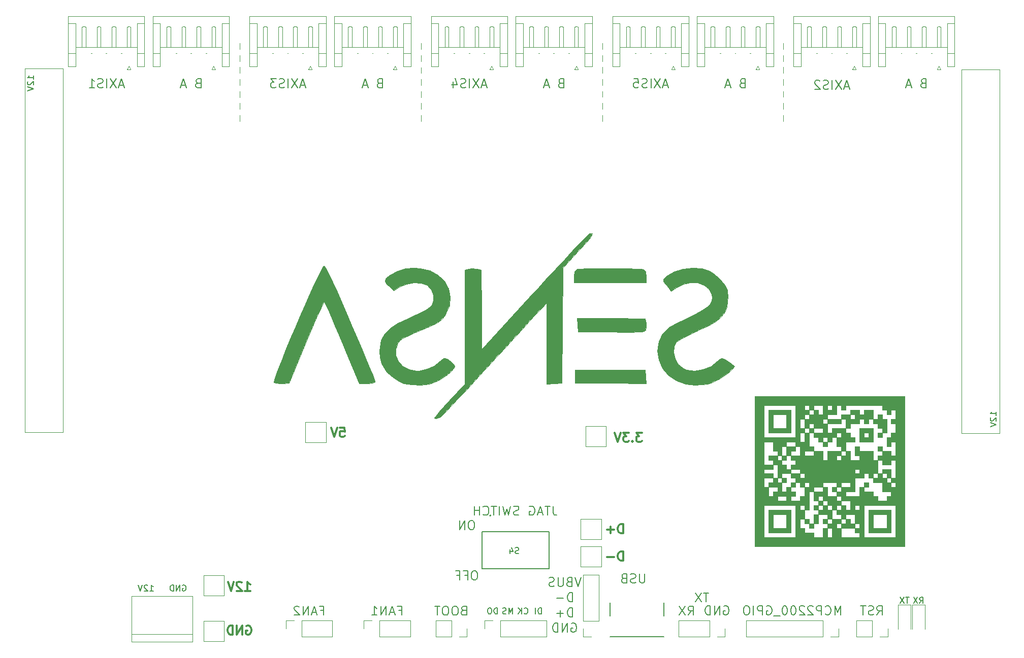
<source format=gbr>
%TF.GenerationSoftware,KiCad,Pcbnew,(5.1.9)-1*%
%TF.CreationDate,2021-09-09T23:56:45+02:00*%
%TF.ProjectId,Arm_Mainboard,41726d5f-4d61-4696-9e62-6f6172642e6b,rev?*%
%TF.SameCoordinates,Original*%
%TF.FileFunction,Legend,Bot*%
%TF.FilePolarity,Positive*%
%FSLAX46Y46*%
G04 Gerber Fmt 4.6, Leading zero omitted, Abs format (unit mm)*
G04 Created by KiCad (PCBNEW (5.1.9)-1) date 2021-09-09 23:56:45*
%MOMM*%
%LPD*%
G01*
G04 APERTURE LIST*
%ADD10C,0.200000*%
%ADD11C,0.120000*%
%ADD12C,0.150000*%
%ADD13C,0.010000*%
%ADD14C,0.127000*%
%ADD15C,0.300000*%
G04 APERTURE END LIST*
D10*
X117893571Y-144752857D02*
X118393571Y-144752857D01*
X118393571Y-145538571D02*
X118393571Y-144038571D01*
X117679285Y-144038571D01*
X117179285Y-145110000D02*
X116465000Y-145110000D01*
X117322142Y-145538571D02*
X116822142Y-144038571D01*
X116322142Y-145538571D01*
X115822142Y-145538571D02*
X115822142Y-144038571D01*
X114965000Y-145538571D01*
X114965000Y-144038571D01*
X114322142Y-144181428D02*
X114250714Y-144110000D01*
X114107857Y-144038571D01*
X113750714Y-144038571D01*
X113607857Y-144110000D01*
X113536428Y-144181428D01*
X113465000Y-144324285D01*
X113465000Y-144467142D01*
X113536428Y-144681428D01*
X114393571Y-145538571D01*
X113465000Y-145538571D01*
X130883571Y-144752857D02*
X131383571Y-144752857D01*
X131383571Y-145538571D02*
X131383571Y-144038571D01*
X130669285Y-144038571D01*
X130169285Y-145110000D02*
X129455000Y-145110000D01*
X130312142Y-145538571D02*
X129812142Y-144038571D01*
X129312142Y-145538571D01*
X128812142Y-145538571D02*
X128812142Y-144038571D01*
X127955000Y-145538571D01*
X127955000Y-144038571D01*
X126455000Y-145538571D02*
X127312142Y-145538571D01*
X126883571Y-145538571D02*
X126883571Y-144038571D01*
X127026428Y-144252857D01*
X127169285Y-144395714D01*
X127312142Y-144467142D01*
X141730714Y-144752857D02*
X141516428Y-144824285D01*
X141445000Y-144895714D01*
X141373571Y-145038571D01*
X141373571Y-145252857D01*
X141445000Y-145395714D01*
X141516428Y-145467142D01*
X141659285Y-145538571D01*
X142230714Y-145538571D01*
X142230714Y-144038571D01*
X141730714Y-144038571D01*
X141587857Y-144110000D01*
X141516428Y-144181428D01*
X141445000Y-144324285D01*
X141445000Y-144467142D01*
X141516428Y-144610000D01*
X141587857Y-144681428D01*
X141730714Y-144752857D01*
X142230714Y-144752857D01*
X140445000Y-144038571D02*
X140159285Y-144038571D01*
X140016428Y-144110000D01*
X139873571Y-144252857D01*
X139802142Y-144538571D01*
X139802142Y-145038571D01*
X139873571Y-145324285D01*
X140016428Y-145467142D01*
X140159285Y-145538571D01*
X140445000Y-145538571D01*
X140587857Y-145467142D01*
X140730714Y-145324285D01*
X140802142Y-145038571D01*
X140802142Y-144538571D01*
X140730714Y-144252857D01*
X140587857Y-144110000D01*
X140445000Y-144038571D01*
X138873571Y-144038571D02*
X138587857Y-144038571D01*
X138445000Y-144110000D01*
X138302142Y-144252857D01*
X138230714Y-144538571D01*
X138230714Y-145038571D01*
X138302142Y-145324285D01*
X138445000Y-145467142D01*
X138587857Y-145538571D01*
X138873571Y-145538571D01*
X139016428Y-145467142D01*
X139159285Y-145324285D01*
X139230714Y-145038571D01*
X139230714Y-144538571D01*
X139159285Y-144252857D01*
X139016428Y-144110000D01*
X138873571Y-144038571D01*
X137802142Y-144038571D02*
X136945000Y-144038571D01*
X137373571Y-145538571D02*
X137373571Y-144038571D01*
X143678571Y-138173571D02*
X143392857Y-138173571D01*
X143250000Y-138245000D01*
X143107142Y-138387857D01*
X143035714Y-138673571D01*
X143035714Y-139173571D01*
X143107142Y-139459285D01*
X143250000Y-139602142D01*
X143392857Y-139673571D01*
X143678571Y-139673571D01*
X143821428Y-139602142D01*
X143964285Y-139459285D01*
X144035714Y-139173571D01*
X144035714Y-138673571D01*
X143964285Y-138387857D01*
X143821428Y-138245000D01*
X143678571Y-138173571D01*
X141892857Y-138887857D02*
X142392857Y-138887857D01*
X142392857Y-139673571D02*
X142392857Y-138173571D01*
X141678571Y-138173571D01*
X140607142Y-138887857D02*
X141107142Y-138887857D01*
X141107142Y-139673571D02*
X141107142Y-138173571D01*
X140392857Y-138173571D01*
X143178572Y-129763571D02*
X142892858Y-129763571D01*
X142750001Y-129835000D01*
X142607143Y-129977857D01*
X142535715Y-130263571D01*
X142535715Y-130763571D01*
X142607143Y-131049285D01*
X142750001Y-131192142D01*
X142892858Y-131263571D01*
X143178572Y-131263571D01*
X143321429Y-131192142D01*
X143464286Y-131049285D01*
X143535715Y-130763571D01*
X143535715Y-130263571D01*
X143464286Y-129977857D01*
X143321429Y-129835000D01*
X143178572Y-129763571D01*
X141892858Y-131263571D02*
X141892858Y-129763571D01*
X141035715Y-131263571D01*
X141035715Y-129763571D01*
X156647142Y-127348571D02*
X156647142Y-128420000D01*
X156718571Y-128634285D01*
X156861428Y-128777142D01*
X157075714Y-128848571D01*
X157218571Y-128848571D01*
X156147142Y-127348571D02*
X155290000Y-127348571D01*
X155718571Y-128848571D02*
X155718571Y-127348571D01*
X154861428Y-128420000D02*
X154147142Y-128420000D01*
X155004285Y-128848571D02*
X154504285Y-127348571D01*
X154004285Y-128848571D01*
X152718571Y-127420000D02*
X152861428Y-127348571D01*
X153075714Y-127348571D01*
X153290000Y-127420000D01*
X153432857Y-127562857D01*
X153504285Y-127705714D01*
X153575714Y-127991428D01*
X153575714Y-128205714D01*
X153504285Y-128491428D01*
X153432857Y-128634285D01*
X153290000Y-128777142D01*
X153075714Y-128848571D01*
X152932857Y-128848571D01*
X152718571Y-128777142D01*
X152647142Y-128705714D01*
X152647142Y-128205714D01*
X152932857Y-128205714D01*
X150932857Y-128777142D02*
X150718571Y-128848571D01*
X150361428Y-128848571D01*
X150218571Y-128777142D01*
X150147142Y-128705714D01*
X150075714Y-128562857D01*
X150075714Y-128420000D01*
X150147142Y-128277142D01*
X150218571Y-128205714D01*
X150361428Y-128134285D01*
X150647142Y-128062857D01*
X150790000Y-127991428D01*
X150861428Y-127920000D01*
X150932857Y-127777142D01*
X150932857Y-127634285D01*
X150861428Y-127491428D01*
X150790000Y-127420000D01*
X150647142Y-127348571D01*
X150290000Y-127348571D01*
X150075714Y-127420000D01*
X149575714Y-127348571D02*
X149218571Y-128848571D01*
X148932857Y-127777142D01*
X148647142Y-128848571D01*
X148290000Y-127348571D01*
X147718571Y-128848571D02*
X147718571Y-127348571D01*
X147218571Y-127348571D02*
X146361428Y-127348571D01*
X146790000Y-128848571D02*
X146790000Y-127348571D01*
X145004285Y-128705714D02*
X145075714Y-128777142D01*
X145290000Y-128848571D01*
X145432857Y-128848571D01*
X145647142Y-128777142D01*
X145790000Y-128634285D01*
X145861428Y-128491428D01*
X145932857Y-128205714D01*
X145932857Y-127991428D01*
X145861428Y-127705714D01*
X145790000Y-127562857D01*
X145647142Y-127420000D01*
X145432857Y-127348571D01*
X145290000Y-127348571D01*
X145075714Y-127420000D01*
X145004285Y-127491428D01*
X144361428Y-128848571D02*
X144361428Y-127348571D01*
X144361428Y-128062857D02*
X143504285Y-128062857D01*
X143504285Y-128848571D02*
X143504285Y-127348571D01*
X147355714Y-145342380D02*
X147355714Y-144342380D01*
X147117619Y-144342380D01*
X146974761Y-144390000D01*
X146879523Y-144485238D01*
X146831904Y-144580476D01*
X146784285Y-144770952D01*
X146784285Y-144913809D01*
X146831904Y-145104285D01*
X146879523Y-145199523D01*
X146974761Y-145294761D01*
X147117619Y-145342380D01*
X147355714Y-145342380D01*
X146165238Y-144342380D02*
X145974761Y-144342380D01*
X145879523Y-144390000D01*
X145784285Y-144485238D01*
X145736666Y-144675714D01*
X145736666Y-145009047D01*
X145784285Y-145199523D01*
X145879523Y-145294761D01*
X145974761Y-145342380D01*
X146165238Y-145342380D01*
X146260476Y-145294761D01*
X146355714Y-145199523D01*
X146403333Y-145009047D01*
X146403333Y-144675714D01*
X146355714Y-144485238D01*
X146260476Y-144390000D01*
X146165238Y-144342380D01*
X149919523Y-145342380D02*
X149919523Y-144342380D01*
X149586190Y-145056666D01*
X149252857Y-144342380D01*
X149252857Y-145342380D01*
X148824285Y-145294761D02*
X148681428Y-145342380D01*
X148443333Y-145342380D01*
X148348095Y-145294761D01*
X148300476Y-145247142D01*
X148252857Y-145151904D01*
X148252857Y-145056666D01*
X148300476Y-144961428D01*
X148348095Y-144913809D01*
X148443333Y-144866190D01*
X148633809Y-144818571D01*
X148729047Y-144770952D01*
X148776666Y-144723333D01*
X148824285Y-144628095D01*
X148824285Y-144532857D01*
X148776666Y-144437619D01*
X148729047Y-144390000D01*
X148633809Y-144342380D01*
X148395714Y-144342380D01*
X148252857Y-144390000D01*
X151840476Y-145247142D02*
X151888095Y-145294761D01*
X152030952Y-145342380D01*
X152126190Y-145342380D01*
X152269047Y-145294761D01*
X152364285Y-145199523D01*
X152411904Y-145104285D01*
X152459523Y-144913809D01*
X152459523Y-144770952D01*
X152411904Y-144580476D01*
X152364285Y-144485238D01*
X152269047Y-144390000D01*
X152126190Y-144342380D01*
X152030952Y-144342380D01*
X151888095Y-144390000D01*
X151840476Y-144437619D01*
X151411904Y-145342380D02*
X151411904Y-144342380D01*
X150840476Y-145342380D02*
X151269047Y-144770952D01*
X150840476Y-144342380D02*
X151411904Y-144913809D01*
X154690000Y-145342380D02*
X154690000Y-144342380D01*
X154451904Y-144342380D01*
X154309047Y-144390000D01*
X154213809Y-144485238D01*
X154166190Y-144580476D01*
X154118571Y-144770952D01*
X154118571Y-144913809D01*
X154166190Y-145104285D01*
X154213809Y-145199523D01*
X154309047Y-145294761D01*
X154451904Y-145342380D01*
X154690000Y-145342380D01*
X153690000Y-145342380D02*
X153690000Y-144342380D01*
X185122857Y-144070000D02*
X185265714Y-143998571D01*
X185480000Y-143998571D01*
X185694285Y-144070000D01*
X185837142Y-144212857D01*
X185908571Y-144355714D01*
X185980000Y-144641428D01*
X185980000Y-144855714D01*
X185908571Y-145141428D01*
X185837142Y-145284285D01*
X185694285Y-145427142D01*
X185480000Y-145498571D01*
X185337142Y-145498571D01*
X185122857Y-145427142D01*
X185051428Y-145355714D01*
X185051428Y-144855714D01*
X185337142Y-144855714D01*
X184408571Y-145498571D02*
X184408571Y-143998571D01*
X183551428Y-145498571D01*
X183551428Y-143998571D01*
X182837142Y-145498571D02*
X182837142Y-143998571D01*
X182480000Y-143998571D01*
X182265714Y-144070000D01*
X182122857Y-144212857D01*
X182051428Y-144355714D01*
X181980000Y-144641428D01*
X181980000Y-144855714D01*
X182051428Y-145141428D01*
X182122857Y-145284285D01*
X182265714Y-145427142D01*
X182480000Y-145498571D01*
X182837142Y-145498571D01*
X182582857Y-141838571D02*
X181725714Y-141838571D01*
X182154285Y-143338571D02*
X182154285Y-141838571D01*
X181368571Y-141838571D02*
X180368571Y-143338571D01*
X180368571Y-141838571D02*
X181368571Y-143338571D01*
X179150000Y-145538571D02*
X179650000Y-144824285D01*
X180007142Y-145538571D02*
X180007142Y-144038571D01*
X179435714Y-144038571D01*
X179292857Y-144110000D01*
X179221428Y-144181428D01*
X179150000Y-144324285D01*
X179150000Y-144538571D01*
X179221428Y-144681428D01*
X179292857Y-144752857D01*
X179435714Y-144824285D01*
X180007142Y-144824285D01*
X178650000Y-144038571D02*
X177650000Y-145538571D01*
X177650000Y-144038571D02*
X178650000Y-145538571D01*
X161320000Y-139263571D02*
X160820000Y-140763571D01*
X160320000Y-139263571D01*
X159320000Y-139977857D02*
X159105714Y-140049285D01*
X159034285Y-140120714D01*
X158962857Y-140263571D01*
X158962857Y-140477857D01*
X159034285Y-140620714D01*
X159105714Y-140692142D01*
X159248571Y-140763571D01*
X159820000Y-140763571D01*
X159820000Y-139263571D01*
X159320000Y-139263571D01*
X159177142Y-139335000D01*
X159105714Y-139406428D01*
X159034285Y-139549285D01*
X159034285Y-139692142D01*
X159105714Y-139835000D01*
X159177142Y-139906428D01*
X159320000Y-139977857D01*
X159820000Y-139977857D01*
X158320000Y-139263571D02*
X158320000Y-140477857D01*
X158248571Y-140620714D01*
X158177142Y-140692142D01*
X158034285Y-140763571D01*
X157748571Y-140763571D01*
X157605714Y-140692142D01*
X157534285Y-140620714D01*
X157462857Y-140477857D01*
X157462857Y-139263571D01*
X156820000Y-140692142D02*
X156605714Y-140763571D01*
X156248571Y-140763571D01*
X156105714Y-140692142D01*
X156034285Y-140620714D01*
X155962857Y-140477857D01*
X155962857Y-140335000D01*
X156034285Y-140192142D01*
X156105714Y-140120714D01*
X156248571Y-140049285D01*
X156534285Y-139977857D01*
X156677142Y-139906428D01*
X156748571Y-139835000D01*
X156820000Y-139692142D01*
X156820000Y-139549285D01*
X156748571Y-139406428D01*
X156677142Y-139335000D01*
X156534285Y-139263571D01*
X156177142Y-139263571D01*
X155962857Y-139335000D01*
X159891428Y-143303571D02*
X159891428Y-141803571D01*
X159534285Y-141803571D01*
X159320000Y-141875000D01*
X159177142Y-142017857D01*
X159105714Y-142160714D01*
X159034285Y-142446428D01*
X159034285Y-142660714D01*
X159105714Y-142946428D01*
X159177142Y-143089285D01*
X159320000Y-143232142D01*
X159534285Y-143303571D01*
X159891428Y-143303571D01*
X158391428Y-142732142D02*
X157248571Y-142732142D01*
X159891428Y-145843571D02*
X159891428Y-144343571D01*
X159534285Y-144343571D01*
X159320000Y-144415000D01*
X159177142Y-144557857D01*
X159105714Y-144700714D01*
X159034285Y-144986428D01*
X159034285Y-145200714D01*
X159105714Y-145486428D01*
X159177142Y-145629285D01*
X159320000Y-145772142D01*
X159534285Y-145843571D01*
X159891428Y-145843571D01*
X158391428Y-145272142D02*
X157248571Y-145272142D01*
X157820000Y-145843571D02*
X157820000Y-144700714D01*
X159712857Y-146955000D02*
X159855714Y-146883571D01*
X160070000Y-146883571D01*
X160284285Y-146955000D01*
X160427142Y-147097857D01*
X160498571Y-147240714D01*
X160570000Y-147526428D01*
X160570000Y-147740714D01*
X160498571Y-148026428D01*
X160427142Y-148169285D01*
X160284285Y-148312142D01*
X160070000Y-148383571D01*
X159927142Y-148383571D01*
X159712857Y-148312142D01*
X159641428Y-148240714D01*
X159641428Y-147740714D01*
X159927142Y-147740714D01*
X158998571Y-148383571D02*
X158998571Y-146883571D01*
X158141428Y-148383571D01*
X158141428Y-146883571D01*
X157427142Y-148383571D02*
X157427142Y-146883571D01*
X157070000Y-146883571D01*
X156855714Y-146955000D01*
X156712857Y-147097857D01*
X156641428Y-147240714D01*
X156570000Y-147526428D01*
X156570000Y-147740714D01*
X156641428Y-148026428D01*
X156712857Y-148169285D01*
X156855714Y-148312142D01*
X157070000Y-148383571D01*
X157427142Y-148383571D01*
D11*
X104390000Y-57100000D02*
X104390000Y-56100000D01*
X104390000Y-53100000D02*
X104390000Y-52100000D01*
X104390000Y-58100000D02*
X104390000Y-59100000D01*
X104390000Y-55100000D02*
X104390000Y-54100000D01*
X104390000Y-50100000D02*
X104390000Y-51100000D01*
X104390000Y-60100000D02*
X104390000Y-61100000D01*
X104390000Y-63100000D02*
X104390000Y-62100000D01*
X134610000Y-57110000D02*
X134610000Y-56110000D01*
X134610000Y-53110000D02*
X134610000Y-52110000D01*
X134610000Y-58110000D02*
X134610000Y-59110000D01*
X134610000Y-55110000D02*
X134610000Y-54110000D01*
X134610000Y-50110000D02*
X134610000Y-51110000D01*
X134610000Y-60110000D02*
X134610000Y-61110000D01*
X134610000Y-63110000D02*
X134610000Y-62110000D01*
X164840000Y-57090000D02*
X164840000Y-56090000D01*
X164840000Y-53090000D02*
X164840000Y-52090000D01*
X164840000Y-58090000D02*
X164840000Y-59090000D01*
X164840000Y-55090000D02*
X164840000Y-54090000D01*
X164840000Y-50090000D02*
X164840000Y-51090000D01*
X164840000Y-60090000D02*
X164840000Y-61090000D01*
X164840000Y-63090000D02*
X164840000Y-62090000D01*
X195010000Y-60090000D02*
X195010000Y-61090000D01*
X195010000Y-58090000D02*
X195010000Y-59090000D01*
X195010000Y-63090000D02*
X195010000Y-62090000D01*
X195010000Y-57090000D02*
X195010000Y-56090000D01*
X195010000Y-55090000D02*
X195010000Y-54090000D01*
X195010000Y-53090000D02*
X195010000Y-52090000D01*
X195010000Y-50090000D02*
X195010000Y-51090000D01*
D10*
X205957142Y-57360000D02*
X205242857Y-57360000D01*
X206100000Y-57788571D02*
X205600000Y-56288571D01*
X205100000Y-57788571D01*
X204742857Y-56288571D02*
X203742857Y-57788571D01*
X203742857Y-56288571D02*
X204742857Y-57788571D01*
X203171428Y-57788571D02*
X203171428Y-56288571D01*
X202528571Y-57717142D02*
X202314285Y-57788571D01*
X201957142Y-57788571D01*
X201814285Y-57717142D01*
X201742857Y-57645714D01*
X201671428Y-57502857D01*
X201671428Y-57360000D01*
X201742857Y-57217142D01*
X201814285Y-57145714D01*
X201957142Y-57074285D01*
X202242857Y-57002857D01*
X202385714Y-56931428D01*
X202457142Y-56860000D01*
X202528571Y-56717142D01*
X202528571Y-56574285D01*
X202457142Y-56431428D01*
X202385714Y-56360000D01*
X202242857Y-56288571D01*
X201885714Y-56288571D01*
X201671428Y-56360000D01*
X201100000Y-56431428D02*
X201028571Y-56360000D01*
X200885714Y-56288571D01*
X200528571Y-56288571D01*
X200385714Y-56360000D01*
X200314285Y-56431428D01*
X200242857Y-56574285D01*
X200242857Y-56717142D01*
X200314285Y-56931428D01*
X201171428Y-57788571D01*
X200242857Y-57788571D01*
X216307142Y-57100000D02*
X215592857Y-57100000D01*
X216450000Y-57528571D02*
X215950000Y-56028571D01*
X215450000Y-57528571D01*
X218342857Y-56742857D02*
X218128571Y-56814285D01*
X218057142Y-56885714D01*
X217985714Y-57028571D01*
X217985714Y-57242857D01*
X218057142Y-57385714D01*
X218128571Y-57457142D01*
X218271428Y-57528571D01*
X218842857Y-57528571D01*
X218842857Y-56028571D01*
X218342857Y-56028571D01*
X218200000Y-56100000D01*
X218128571Y-56171428D01*
X218057142Y-56314285D01*
X218057142Y-56457142D01*
X218128571Y-56600000D01*
X218200000Y-56671428D01*
X218342857Y-56742857D01*
X218842857Y-56742857D01*
X175750470Y-57100000D02*
X175036185Y-57100000D01*
X175893328Y-57528571D02*
X175393328Y-56028571D01*
X174893328Y-57528571D01*
X174536185Y-56028571D02*
X173536185Y-57528571D01*
X173536185Y-56028571D02*
X174536185Y-57528571D01*
X172964756Y-57528571D02*
X172964756Y-56028571D01*
X172321899Y-57457142D02*
X172107613Y-57528571D01*
X171750470Y-57528571D01*
X171607613Y-57457142D01*
X171536185Y-57385714D01*
X171464756Y-57242857D01*
X171464756Y-57100000D01*
X171536185Y-56957142D01*
X171607613Y-56885714D01*
X171750470Y-56814285D01*
X172036185Y-56742857D01*
X172179042Y-56671428D01*
X172250470Y-56600000D01*
X172321899Y-56457142D01*
X172321899Y-56314285D01*
X172250470Y-56171428D01*
X172179042Y-56100000D01*
X172036185Y-56028571D01*
X171679042Y-56028571D01*
X171464756Y-56100000D01*
X170107613Y-56028571D02*
X170821899Y-56028571D01*
X170893328Y-56742857D01*
X170821899Y-56671428D01*
X170679042Y-56600000D01*
X170321899Y-56600000D01*
X170179042Y-56671428D01*
X170107613Y-56742857D01*
X170036185Y-56885714D01*
X170036185Y-57242857D01*
X170107613Y-57385714D01*
X170179042Y-57457142D01*
X170321899Y-57528571D01*
X170679042Y-57528571D01*
X170821899Y-57457142D01*
X170893328Y-57385714D01*
X186119358Y-57100000D02*
X185405073Y-57100000D01*
X186262216Y-57528571D02*
X185762216Y-56028571D01*
X185262216Y-57528571D01*
X188155073Y-56742857D02*
X187940787Y-56814285D01*
X187869358Y-56885714D01*
X187797930Y-57028571D01*
X187797930Y-57242857D01*
X187869358Y-57385714D01*
X187940787Y-57457142D01*
X188083644Y-57528571D01*
X188655073Y-57528571D01*
X188655073Y-56028571D01*
X188155073Y-56028571D01*
X188012216Y-56100000D01*
X187940787Y-56171428D01*
X187869358Y-56314285D01*
X187869358Y-56457142D01*
X187940787Y-56600000D01*
X188012216Y-56671428D01*
X188155073Y-56742857D01*
X188655073Y-56742857D01*
X145512694Y-57100000D02*
X144798409Y-57100000D01*
X145655552Y-57528571D02*
X145155552Y-56028571D01*
X144655552Y-57528571D01*
X144298409Y-56028571D02*
X143298409Y-57528571D01*
X143298409Y-56028571D02*
X144298409Y-57528571D01*
X142726980Y-57528571D02*
X142726980Y-56028571D01*
X142084123Y-57457142D02*
X141869837Y-57528571D01*
X141512694Y-57528571D01*
X141369837Y-57457142D01*
X141298409Y-57385714D01*
X141226980Y-57242857D01*
X141226980Y-57100000D01*
X141298409Y-56957142D01*
X141369837Y-56885714D01*
X141512694Y-56814285D01*
X141798409Y-56742857D01*
X141941266Y-56671428D01*
X142012694Y-56600000D01*
X142084123Y-56457142D01*
X142084123Y-56314285D01*
X142012694Y-56171428D01*
X141941266Y-56100000D01*
X141798409Y-56028571D01*
X141441266Y-56028571D01*
X141226980Y-56100000D01*
X139941266Y-56528571D02*
X139941266Y-57528571D01*
X140298409Y-55957142D02*
X140655552Y-57028571D01*
X139726980Y-57028571D01*
X155881582Y-57100000D02*
X155167297Y-57100000D01*
X156024440Y-57528571D02*
X155524440Y-56028571D01*
X155024440Y-57528571D01*
X157917297Y-56742857D02*
X157703011Y-56814285D01*
X157631582Y-56885714D01*
X157560154Y-57028571D01*
X157560154Y-57242857D01*
X157631582Y-57385714D01*
X157703011Y-57457142D01*
X157845868Y-57528571D01*
X158417297Y-57528571D01*
X158417297Y-56028571D01*
X157917297Y-56028571D01*
X157774440Y-56100000D01*
X157703011Y-56171428D01*
X157631582Y-56314285D01*
X157631582Y-56457142D01*
X157703011Y-56600000D01*
X157774440Y-56671428D01*
X157917297Y-56742857D01*
X158417297Y-56742857D01*
X115274918Y-57100000D02*
X114560633Y-57100000D01*
X115417776Y-57528571D02*
X114917776Y-56028571D01*
X114417776Y-57528571D01*
X114060633Y-56028571D02*
X113060633Y-57528571D01*
X113060633Y-56028571D02*
X114060633Y-57528571D01*
X112489204Y-57528571D02*
X112489204Y-56028571D01*
X111846347Y-57457142D02*
X111632061Y-57528571D01*
X111274918Y-57528571D01*
X111132061Y-57457142D01*
X111060633Y-57385714D01*
X110989204Y-57242857D01*
X110989204Y-57100000D01*
X111060633Y-56957142D01*
X111132061Y-56885714D01*
X111274918Y-56814285D01*
X111560633Y-56742857D01*
X111703490Y-56671428D01*
X111774918Y-56600000D01*
X111846347Y-56457142D01*
X111846347Y-56314285D01*
X111774918Y-56171428D01*
X111703490Y-56100000D01*
X111560633Y-56028571D01*
X111203490Y-56028571D01*
X110989204Y-56100000D01*
X110489204Y-56028571D02*
X109560633Y-56028571D01*
X110060633Y-56600000D01*
X109846347Y-56600000D01*
X109703490Y-56671428D01*
X109632061Y-56742857D01*
X109560633Y-56885714D01*
X109560633Y-57242857D01*
X109632061Y-57385714D01*
X109703490Y-57457142D01*
X109846347Y-57528571D01*
X110274918Y-57528571D01*
X110417776Y-57457142D01*
X110489204Y-57385714D01*
X125667142Y-57100000D02*
X124952857Y-57100000D01*
X125810000Y-57528571D02*
X125310000Y-56028571D01*
X124810000Y-57528571D01*
X127702857Y-56742857D02*
X127488571Y-56814285D01*
X127417142Y-56885714D01*
X127345714Y-57028571D01*
X127345714Y-57242857D01*
X127417142Y-57385714D01*
X127488571Y-57457142D01*
X127631428Y-57528571D01*
X128202857Y-57528571D01*
X128202857Y-56028571D01*
X127702857Y-56028571D01*
X127560000Y-56100000D01*
X127488571Y-56171428D01*
X127417142Y-56314285D01*
X127417142Y-56457142D01*
X127488571Y-56600000D01*
X127560000Y-56671428D01*
X127702857Y-56742857D01*
X128202857Y-56742857D01*
X85037142Y-57100000D02*
X84322857Y-57100000D01*
X85180000Y-57528571D02*
X84680000Y-56028571D01*
X84180000Y-57528571D01*
X83822857Y-56028571D02*
X82822857Y-57528571D01*
X82822857Y-56028571D02*
X83822857Y-57528571D01*
X82251428Y-57528571D02*
X82251428Y-56028571D01*
X81608571Y-57457142D02*
X81394285Y-57528571D01*
X81037142Y-57528571D01*
X80894285Y-57457142D01*
X80822857Y-57385714D01*
X80751428Y-57242857D01*
X80751428Y-57100000D01*
X80822857Y-56957142D01*
X80894285Y-56885714D01*
X81037142Y-56814285D01*
X81322857Y-56742857D01*
X81465714Y-56671428D01*
X81537142Y-56600000D01*
X81608571Y-56457142D01*
X81608571Y-56314285D01*
X81537142Y-56171428D01*
X81465714Y-56100000D01*
X81322857Y-56028571D01*
X80965714Y-56028571D01*
X80751428Y-56100000D01*
X79322857Y-57528571D02*
X80180000Y-57528571D01*
X79751428Y-57528571D02*
X79751428Y-56028571D01*
X79894285Y-56242857D01*
X80037142Y-56385714D01*
X80180000Y-56457142D01*
X97441745Y-56742857D02*
X97227459Y-56814285D01*
X97156030Y-56885714D01*
X97084602Y-57028571D01*
X97084602Y-57242857D01*
X97156030Y-57385714D01*
X97227459Y-57457142D01*
X97370316Y-57528571D01*
X97941745Y-57528571D01*
X97941745Y-56028571D01*
X97441745Y-56028571D01*
X97298888Y-56100000D01*
X97227459Y-56171428D01*
X97156030Y-56314285D01*
X97156030Y-56457142D01*
X97227459Y-56600000D01*
X97298888Y-56671428D01*
X97441745Y-56742857D01*
X97941745Y-56742857D01*
X95406030Y-57100000D02*
X94691745Y-57100000D01*
X95548888Y-57528571D02*
X95048888Y-56028571D01*
X94548888Y-57528571D01*
D12*
X89429047Y-141512380D02*
X90000476Y-141512380D01*
X89714761Y-141512380D02*
X89714761Y-140512380D01*
X89810000Y-140655238D01*
X89905238Y-140750476D01*
X90000476Y-140798095D01*
X89048095Y-140607619D02*
X89000476Y-140560000D01*
X88905238Y-140512380D01*
X88667142Y-140512380D01*
X88571904Y-140560000D01*
X88524285Y-140607619D01*
X88476666Y-140702857D01*
X88476666Y-140798095D01*
X88524285Y-140940952D01*
X89095714Y-141512380D01*
X88476666Y-141512380D01*
X88190952Y-140512380D02*
X87857619Y-141512380D01*
X87524285Y-140512380D01*
X94891904Y-140560000D02*
X94987142Y-140512380D01*
X95130000Y-140512380D01*
X95272857Y-140560000D01*
X95368095Y-140655238D01*
X95415714Y-140750476D01*
X95463333Y-140940952D01*
X95463333Y-141083809D01*
X95415714Y-141274285D01*
X95368095Y-141369523D01*
X95272857Y-141464761D01*
X95130000Y-141512380D01*
X95034761Y-141512380D01*
X94891904Y-141464761D01*
X94844285Y-141417142D01*
X94844285Y-141083809D01*
X95034761Y-141083809D01*
X94415714Y-141512380D02*
X94415714Y-140512380D01*
X93844285Y-141512380D01*
X93844285Y-140512380D01*
X93368095Y-141512380D02*
X93368095Y-140512380D01*
X93130000Y-140512380D01*
X92987142Y-140560000D01*
X92891904Y-140655238D01*
X92844285Y-140750476D01*
X92796666Y-140940952D01*
X92796666Y-141083809D01*
X92844285Y-141274285D01*
X92891904Y-141369523D01*
X92987142Y-141464761D01*
X93130000Y-141512380D01*
X93368095Y-141512380D01*
D13*
%TO.C,G\u002A\u002A\u002A*%
G36*
X212979352Y-128008361D02*
G01*
X209230034Y-128008361D01*
X209230034Y-131020819D01*
X209966895Y-131020819D01*
X209966895Y-128745222D01*
X212242492Y-128745222D01*
X212242492Y-131020819D01*
X209966895Y-131020819D01*
X209230034Y-131020819D01*
X209230034Y-131757679D01*
X212979352Y-131757679D01*
X212979352Y-128008361D01*
G37*
X212979352Y-128008361D02*
X209230034Y-128008361D01*
X209230034Y-131020819D01*
X209966895Y-131020819D01*
X209966895Y-128745222D01*
X212242492Y-128745222D01*
X212242492Y-131020819D01*
X209966895Y-131020819D01*
X209230034Y-131020819D01*
X209230034Y-131757679D01*
X212979352Y-131757679D01*
X212979352Y-128008361D01*
G36*
X196291639Y-128008361D02*
G01*
X192542321Y-128008361D01*
X192542321Y-131020819D01*
X193279181Y-131020819D01*
X193279181Y-128745222D01*
X195554778Y-128745222D01*
X195554778Y-131020819D01*
X193279181Y-131020819D01*
X192542321Y-131020819D01*
X192542321Y-131757679D01*
X196291639Y-131757679D01*
X196291639Y-128008361D01*
G37*
X196291639Y-128008361D02*
X192542321Y-128008361D01*
X192542321Y-131020819D01*
X193279181Y-131020819D01*
X193279181Y-128745222D01*
X195554778Y-128745222D01*
X195554778Y-131020819D01*
X193279181Y-131020819D01*
X192542321Y-131020819D01*
X192542321Y-131757679D01*
X196291639Y-131757679D01*
X196291639Y-128008361D01*
G36*
X206932765Y-130262286D02*
G01*
X206174232Y-130262286D01*
X206174232Y-129503754D01*
X205415700Y-129503754D01*
X205415700Y-130262286D01*
X204657168Y-130262286D01*
X204657168Y-131020819D01*
X206932765Y-131020819D01*
X206932765Y-130262286D01*
G37*
X206932765Y-130262286D02*
X206174232Y-130262286D01*
X206174232Y-129503754D01*
X205415700Y-129503754D01*
X205415700Y-130262286D01*
X204657168Y-130262286D01*
X204657168Y-131020819D01*
X206932765Y-131020819D01*
X206932765Y-130262286D01*
G36*
X203898635Y-124194027D02*
G01*
X203140103Y-124194027D01*
X203140103Y-124952559D01*
X203898635Y-124952559D01*
X203898635Y-124194027D01*
G37*
X203898635Y-124194027D02*
X203140103Y-124194027D01*
X203140103Y-124952559D01*
X203898635Y-124952559D01*
X203898635Y-124194027D01*
G36*
X203898635Y-127986689D02*
G01*
X203898635Y-127228157D01*
X204657168Y-127228157D01*
X204657168Y-126469624D01*
X203898635Y-126469624D01*
X203898635Y-125711092D01*
X202381570Y-125711092D01*
X202381570Y-124194027D01*
X201623038Y-124194027D01*
X201623038Y-124952559D01*
X200105973Y-124952559D01*
X200105973Y-126469624D01*
X200864505Y-126469624D01*
X200864505Y-125711092D01*
X201623038Y-125711092D01*
X201623038Y-126469624D01*
X200864505Y-126469624D01*
X200864505Y-127228157D01*
X200105973Y-127228157D01*
X200105973Y-127986689D01*
X200864505Y-127986689D01*
X200864505Y-127228157D01*
X201623038Y-127228157D01*
X201623038Y-126469624D01*
X202381570Y-126469624D01*
X202381570Y-127228157D01*
X201623038Y-127228157D01*
X201623038Y-127986689D01*
X202381570Y-127986689D01*
X202381570Y-127228157D01*
X203140103Y-127228157D01*
X203140103Y-127986689D01*
X202381570Y-127986689D01*
X201623038Y-127986689D01*
X200864505Y-127986689D01*
X200864505Y-128745222D01*
X202381570Y-128745222D01*
X202381570Y-129503754D01*
X203140103Y-129503754D01*
X203140103Y-127986689D01*
X203898635Y-127986689D01*
G37*
X203898635Y-127986689D02*
X203898635Y-127228157D01*
X204657168Y-127228157D01*
X204657168Y-126469624D01*
X203898635Y-126469624D01*
X203898635Y-125711092D01*
X202381570Y-125711092D01*
X202381570Y-124194027D01*
X201623038Y-124194027D01*
X201623038Y-124952559D01*
X200105973Y-124952559D01*
X200105973Y-126469624D01*
X200864505Y-126469624D01*
X200864505Y-125711092D01*
X201623038Y-125711092D01*
X201623038Y-126469624D01*
X200864505Y-126469624D01*
X200864505Y-127228157D01*
X200105973Y-127228157D01*
X200105973Y-127986689D01*
X200864505Y-127986689D01*
X200864505Y-127228157D01*
X201623038Y-127228157D01*
X201623038Y-126469624D01*
X202381570Y-126469624D01*
X202381570Y-127228157D01*
X201623038Y-127228157D01*
X201623038Y-127986689D01*
X202381570Y-127986689D01*
X202381570Y-127228157D01*
X203140103Y-127228157D01*
X203140103Y-127986689D01*
X202381570Y-127986689D01*
X201623038Y-127986689D01*
X200864505Y-127986689D01*
X200864505Y-128745222D01*
X202381570Y-128745222D01*
X202381570Y-129503754D01*
X203140103Y-129503754D01*
X203140103Y-127986689D01*
X203898635Y-127986689D01*
G36*
X200105973Y-130262286D02*
G01*
X199347441Y-130262286D01*
X199347441Y-131020819D01*
X200105973Y-131020819D01*
X200105973Y-130262286D01*
G37*
X200105973Y-130262286D02*
X199347441Y-130262286D01*
X199347441Y-131020819D01*
X200105973Y-131020819D01*
X200105973Y-130262286D01*
G36*
X199347441Y-129503754D02*
G01*
X198588908Y-129503754D01*
X198588908Y-130262286D01*
X199347441Y-130262286D01*
X199347441Y-129503754D01*
G37*
X199347441Y-129503754D02*
X198588908Y-129503754D01*
X198588908Y-130262286D01*
X199347441Y-130262286D01*
X199347441Y-129503754D01*
G36*
X202381570Y-129503754D02*
G01*
X201623038Y-129503754D01*
X201623038Y-130262286D01*
X202381570Y-130262286D01*
X202381570Y-129503754D01*
G37*
X202381570Y-129503754D02*
X201623038Y-129503754D01*
X201623038Y-130262286D01*
X202381570Y-130262286D01*
X202381570Y-129503754D01*
G36*
X200864505Y-128745222D02*
G01*
X200105973Y-128745222D01*
X200105973Y-130262286D01*
X200864505Y-130262286D01*
X200864505Y-128745222D01*
G37*
X200864505Y-128745222D02*
X200105973Y-128745222D01*
X200105973Y-130262286D01*
X200864505Y-130262286D01*
X200864505Y-128745222D01*
G36*
X197071843Y-123435495D02*
G01*
X196313311Y-123435495D01*
X196313311Y-124194027D01*
X197071843Y-124194027D01*
X197071843Y-123435495D01*
G37*
X197071843Y-123435495D02*
X196313311Y-123435495D01*
X196313311Y-124194027D01*
X197071843Y-124194027D01*
X197071843Y-123435495D01*
G36*
X195554778Y-122676962D02*
G01*
X194796246Y-122676962D01*
X194796246Y-123435495D01*
X195554778Y-123435495D01*
X195554778Y-122676962D01*
G37*
X195554778Y-122676962D02*
X194796246Y-122676962D01*
X194796246Y-123435495D01*
X195554778Y-123435495D01*
X195554778Y-122676962D01*
G36*
X195554778Y-118884300D02*
G01*
X194796246Y-118884300D01*
X194796246Y-119642832D01*
X195554778Y-119642832D01*
X195554778Y-118884300D01*
G37*
X195554778Y-118884300D02*
X194796246Y-118884300D01*
X194796246Y-119642832D01*
X195554778Y-119642832D01*
X195554778Y-118884300D01*
G36*
X194796246Y-121918430D02*
G01*
X196313311Y-121918430D01*
X196313311Y-121159897D01*
X195554778Y-121159897D01*
X195554778Y-120401365D01*
X194796246Y-120401365D01*
X194796246Y-119642832D01*
X194037714Y-119642832D01*
X194037714Y-118884300D01*
X192520649Y-118884300D01*
X192520649Y-119642832D01*
X193279181Y-119642832D01*
X193279181Y-120401365D01*
X194037714Y-120401365D01*
X194037714Y-122676962D01*
X194796246Y-122676962D01*
X194796246Y-121918430D01*
G37*
X194796246Y-121918430D02*
X196313311Y-121918430D01*
X196313311Y-121159897D01*
X195554778Y-121159897D01*
X195554778Y-120401365D01*
X194796246Y-120401365D01*
X194796246Y-119642832D01*
X194037714Y-119642832D01*
X194037714Y-118884300D01*
X192520649Y-118884300D01*
X192520649Y-119642832D01*
X193279181Y-119642832D01*
X193279181Y-120401365D01*
X194037714Y-120401365D01*
X194037714Y-122676962D01*
X194796246Y-122676962D01*
X194796246Y-121918430D01*
G36*
X196313311Y-118125768D02*
G01*
X197071843Y-118125768D01*
X197071843Y-117367235D01*
X195554778Y-117367235D01*
X195554778Y-118884300D01*
X196313311Y-118884300D01*
X196313311Y-118125768D01*
G37*
X196313311Y-118125768D02*
X197071843Y-118125768D01*
X197071843Y-117367235D01*
X195554778Y-117367235D01*
X195554778Y-118884300D01*
X196313311Y-118884300D01*
X196313311Y-118125768D01*
G36*
X209208362Y-123435495D02*
G01*
X208449830Y-123435495D01*
X208449830Y-124194027D01*
X209208362Y-124194027D01*
X209208362Y-123435495D01*
G37*
X209208362Y-123435495D02*
X208449830Y-123435495D01*
X208449830Y-124194027D01*
X209208362Y-124194027D01*
X209208362Y-123435495D01*
G36*
X213001024Y-121159897D02*
G01*
X211483959Y-121159897D01*
X211483959Y-121918430D01*
X212242492Y-121918430D01*
X212242492Y-122676962D01*
X213001024Y-122676962D01*
X213001024Y-121159897D01*
G37*
X213001024Y-121159897D02*
X211483959Y-121159897D01*
X211483959Y-121918430D01*
X212242492Y-121918430D01*
X212242492Y-122676962D01*
X213001024Y-122676962D01*
X213001024Y-121159897D01*
G36*
X211483959Y-117367235D02*
G01*
X210725427Y-117367235D01*
X210725427Y-118125768D01*
X211483959Y-118125768D01*
X211483959Y-117367235D01*
G37*
X211483959Y-117367235D02*
X210725427Y-117367235D01*
X210725427Y-118125768D01*
X211483959Y-118125768D01*
X211483959Y-117367235D01*
G36*
X202381570Y-116608703D02*
G01*
X201623038Y-116608703D01*
X201623038Y-117367235D01*
X202381570Y-117367235D01*
X202381570Y-116608703D01*
G37*
X202381570Y-116608703D02*
X201623038Y-116608703D01*
X201623038Y-117367235D01*
X202381570Y-117367235D01*
X202381570Y-116608703D01*
G36*
X209966895Y-114333105D02*
G01*
X207691297Y-114333105D01*
X207691297Y-115850170D01*
X208449830Y-115850170D01*
X208449830Y-115091638D01*
X209208362Y-115091638D01*
X209208362Y-115850170D01*
X208449830Y-115850170D01*
X207691297Y-115850170D01*
X207691297Y-116608703D01*
X209966895Y-116608703D01*
X209966895Y-114333105D01*
G37*
X209966895Y-114333105D02*
X207691297Y-114333105D01*
X207691297Y-115850170D01*
X208449830Y-115850170D01*
X208449830Y-115091638D01*
X209208362Y-115091638D01*
X209208362Y-115850170D01*
X208449830Y-115850170D01*
X207691297Y-115850170D01*
X207691297Y-116608703D01*
X209966895Y-116608703D01*
X209966895Y-114333105D01*
G36*
X200105973Y-114333105D02*
G01*
X199347441Y-114333105D01*
X199347441Y-115091638D01*
X200105973Y-115091638D01*
X200105973Y-114333105D01*
G37*
X200105973Y-114333105D02*
X199347441Y-114333105D01*
X199347441Y-115091638D01*
X200105973Y-115091638D01*
X200105973Y-114333105D01*
G36*
X211483959Y-115091638D02*
G01*
X210725427Y-115091638D01*
X210725427Y-115850170D01*
X211483959Y-115850170D01*
X211483959Y-115091638D01*
G37*
X211483959Y-115091638D02*
X210725427Y-115091638D01*
X210725427Y-115850170D01*
X211483959Y-115850170D01*
X211483959Y-115091638D01*
G36*
X204657168Y-112816041D02*
G01*
X202381570Y-112816041D01*
X202381570Y-113574573D01*
X204657168Y-113574573D01*
X204657168Y-112816041D01*
G37*
X204657168Y-112816041D02*
X202381570Y-112816041D01*
X202381570Y-113574573D01*
X204657168Y-113574573D01*
X204657168Y-112816041D01*
G36*
X212242492Y-112816041D02*
G01*
X211483959Y-112816041D01*
X211483959Y-112057508D01*
X210725427Y-112057508D01*
X210725427Y-112816041D01*
X209966895Y-112816041D01*
X209966895Y-113574573D01*
X210725427Y-113574573D01*
X210725427Y-114333105D01*
X211483959Y-114333105D01*
X211483959Y-115091638D01*
X212242492Y-115091638D01*
X212242492Y-112816041D01*
G37*
X212242492Y-112816041D02*
X211483959Y-112816041D01*
X211483959Y-112057508D01*
X210725427Y-112057508D01*
X210725427Y-112816041D01*
X209966895Y-112816041D01*
X209966895Y-113574573D01*
X210725427Y-113574573D01*
X210725427Y-114333105D01*
X211483959Y-114333105D01*
X211483959Y-115091638D01*
X212242492Y-115091638D01*
X212242492Y-112816041D01*
G36*
X206174232Y-113574573D02*
G01*
X207691297Y-113574573D01*
X207691297Y-112816041D01*
X208449830Y-112816041D01*
X208449830Y-113574573D01*
X209208362Y-113574573D01*
X209208362Y-112816041D01*
X209966895Y-112816041D01*
X209966895Y-111298976D01*
X208449830Y-111298976D01*
X208449830Y-112057508D01*
X207691297Y-112057508D01*
X207691297Y-111298976D01*
X206174232Y-111298976D01*
X206174232Y-112057508D01*
X204657168Y-112057508D01*
X204657168Y-112816041D01*
X205415700Y-112816041D01*
X206174232Y-112816041D01*
X206174232Y-112057508D01*
X206932765Y-112057508D01*
X206932765Y-112816041D01*
X206174232Y-112816041D01*
X205415700Y-112816041D01*
X205415700Y-114333105D01*
X206174232Y-114333105D01*
X206174232Y-113574573D01*
G37*
X206174232Y-113574573D02*
X207691297Y-113574573D01*
X207691297Y-112816041D01*
X208449830Y-112816041D01*
X208449830Y-113574573D01*
X209208362Y-113574573D01*
X209208362Y-112816041D01*
X209966895Y-112816041D01*
X209966895Y-111298976D01*
X208449830Y-111298976D01*
X208449830Y-112057508D01*
X207691297Y-112057508D01*
X207691297Y-111298976D01*
X206174232Y-111298976D01*
X206174232Y-112057508D01*
X204657168Y-112057508D01*
X204657168Y-112816041D01*
X205415700Y-112816041D01*
X206174232Y-112816041D01*
X206174232Y-112057508D01*
X206932765Y-112057508D01*
X206932765Y-112816041D01*
X206174232Y-112816041D01*
X205415700Y-112816041D01*
X205415700Y-114333105D01*
X206174232Y-114333105D01*
X206174232Y-113574573D01*
G36*
X196291639Y-111320648D02*
G01*
X192542321Y-111320648D01*
X192542321Y-114333105D01*
X193279181Y-114333105D01*
X193279181Y-112057508D01*
X195554778Y-112057508D01*
X195554778Y-114333105D01*
X193279181Y-114333105D01*
X192542321Y-114333105D01*
X192542321Y-115069966D01*
X196291639Y-115069966D01*
X196291639Y-111320648D01*
G37*
X196291639Y-111320648D02*
X192542321Y-111320648D01*
X192542321Y-114333105D01*
X193279181Y-114333105D01*
X193279181Y-112057508D01*
X195554778Y-112057508D01*
X195554778Y-114333105D01*
X193279181Y-114333105D01*
X192542321Y-114333105D01*
X192542321Y-115069966D01*
X196291639Y-115069966D01*
X196291639Y-111320648D01*
G36*
X215276621Y-109023379D02*
G01*
X190245052Y-109023379D01*
X190245052Y-115850170D01*
X191762116Y-115850170D01*
X191762116Y-110540443D01*
X197071843Y-110540443D01*
X197071843Y-111298976D01*
X198588908Y-111298976D01*
X198588908Y-110540443D01*
X199347441Y-110540443D01*
X199347441Y-111298976D01*
X198588908Y-111298976D01*
X197071843Y-111298976D01*
X197071843Y-114333105D01*
X197830376Y-114333105D01*
X197830376Y-112816041D01*
X198588908Y-112816041D01*
X198588908Y-112057508D01*
X199347441Y-112057508D01*
X199347441Y-111298976D01*
X200105973Y-111298976D01*
X200105973Y-110540443D01*
X201623038Y-110540443D01*
X201623038Y-111298976D01*
X202381570Y-111298976D01*
X202381570Y-110540443D01*
X203140103Y-110540443D01*
X203140103Y-111298976D01*
X202381570Y-111298976D01*
X201623038Y-111298976D01*
X201623038Y-112057508D01*
X200864505Y-112057508D01*
X200864505Y-111298976D01*
X200105973Y-111298976D01*
X200105973Y-112057508D01*
X199347441Y-112057508D01*
X199347441Y-112816041D01*
X198588908Y-112816041D01*
X198588908Y-114333105D01*
X197830376Y-114333105D01*
X197071843Y-114333105D01*
X197071843Y-115850170D01*
X191762116Y-115850170D01*
X190245052Y-115850170D01*
X190245052Y-121918430D01*
X191762116Y-121918430D01*
X191762116Y-121159897D01*
X193279181Y-121159897D01*
X193279181Y-120401365D01*
X191762116Y-120401365D01*
X191762116Y-116608703D01*
X193279181Y-116608703D01*
X193279181Y-118125768D01*
X194037714Y-118125768D01*
X194037714Y-118884300D01*
X194796246Y-118884300D01*
X194796246Y-117367235D01*
X195554778Y-117367235D01*
X195554778Y-116608703D01*
X197071843Y-116608703D01*
X197830376Y-116608703D01*
X197830376Y-115091638D01*
X198588908Y-115091638D01*
X198588908Y-114333105D01*
X199347441Y-114333105D01*
X199347441Y-113574573D01*
X200105973Y-113574573D01*
X201623038Y-113574573D01*
X201623038Y-112816041D01*
X202381570Y-112816041D01*
X202381570Y-112057508D01*
X203898635Y-112057508D01*
X203898635Y-110540443D01*
X204657168Y-110540443D01*
X204657168Y-111298976D01*
X205415700Y-111298976D01*
X205415700Y-110540443D01*
X211483959Y-110540443D01*
X211483959Y-111298976D01*
X212242492Y-111298976D01*
X212242492Y-112057508D01*
X213001024Y-112057508D01*
X213001024Y-111298976D01*
X213759557Y-111298976D01*
X213759557Y-112816041D01*
X213001024Y-112816041D01*
X213001024Y-113574573D01*
X213759557Y-113574573D01*
X213759557Y-115091638D01*
X213001024Y-115091638D01*
X213001024Y-115850170D01*
X212242492Y-115850170D01*
X212242492Y-117367235D01*
X213001024Y-117367235D01*
X213001024Y-116608703D01*
X213759557Y-116608703D01*
X213759557Y-118884300D01*
X213001024Y-118884300D01*
X213001024Y-118125768D01*
X211483959Y-118125768D01*
X211483959Y-118884300D01*
X210725427Y-118884300D01*
X210725427Y-119642832D01*
X209966895Y-119642832D01*
X209966895Y-118125768D01*
X207691297Y-118125768D01*
X207691297Y-117367235D01*
X206932765Y-117367235D01*
X206932765Y-118884300D01*
X207691297Y-118884300D01*
X207691297Y-119642832D01*
X206174232Y-119642832D01*
X206174232Y-118125768D01*
X205415700Y-118125768D01*
X205415700Y-116608703D01*
X206932765Y-116608703D01*
X206932765Y-115850170D01*
X206174232Y-115850170D01*
X206174232Y-115091638D01*
X205415700Y-115091638D01*
X205415700Y-114333105D01*
X203140103Y-114333105D01*
X203140103Y-115091638D01*
X202381570Y-115091638D01*
X202381570Y-113574573D01*
X201623038Y-113574573D01*
X200105973Y-113574573D01*
X200105973Y-114333105D01*
X201623038Y-114333105D01*
X201623038Y-115091638D01*
X200105973Y-115091638D01*
X200105973Y-115850170D01*
X200864505Y-115850170D01*
X200864505Y-116608703D01*
X201623038Y-116608703D01*
X201623038Y-115850170D01*
X202381570Y-115850170D01*
X202381570Y-116608703D01*
X203140103Y-116608703D01*
X203140103Y-115850170D01*
X203898635Y-115850170D01*
X203898635Y-115091638D01*
X204657168Y-115091638D01*
X204657168Y-115850170D01*
X203898635Y-115850170D01*
X203898635Y-117367235D01*
X204657168Y-117367235D01*
X204657168Y-118125768D01*
X202381570Y-118125768D01*
X202381570Y-119642832D01*
X203898635Y-119642832D01*
X203898635Y-118884300D01*
X204657168Y-118884300D01*
X204657168Y-118125768D01*
X205415700Y-118125768D01*
X205415700Y-118884300D01*
X204657168Y-118884300D01*
X204657168Y-119642832D01*
X203898635Y-119642832D01*
X202381570Y-119642832D01*
X201623038Y-119642832D01*
X201623038Y-118125768D01*
X200105973Y-118125768D01*
X200105973Y-117367235D01*
X199347441Y-117367235D01*
X199347441Y-115091638D01*
X198588908Y-115091638D01*
X198588908Y-116608703D01*
X197830376Y-116608703D01*
X197071843Y-116608703D01*
X197071843Y-117367235D01*
X197830376Y-117367235D01*
X197830376Y-118884300D01*
X198588908Y-118884300D01*
X198588908Y-118125768D01*
X200105973Y-118125768D01*
X200105973Y-118884300D01*
X198588908Y-118884300D01*
X197830376Y-118884300D01*
X196313311Y-118884300D01*
X196313311Y-119642832D01*
X197071843Y-119642832D01*
X197071843Y-120401365D01*
X196313311Y-120401365D01*
X196313311Y-121159897D01*
X197830376Y-121159897D01*
X197830376Y-121918430D01*
X196313311Y-121918430D01*
X196313311Y-122676962D01*
X197071843Y-122676962D01*
X197830376Y-122676962D01*
X197830376Y-121918430D01*
X198588908Y-121918430D01*
X206932765Y-121918430D01*
X206932765Y-121159897D01*
X207691297Y-121159897D01*
X207691297Y-121918430D01*
X206932765Y-121918430D01*
X198588908Y-121918430D01*
X198588908Y-122676962D01*
X197830376Y-122676962D01*
X197071843Y-122676962D01*
X197071843Y-123435495D01*
X197830376Y-123435495D01*
X197830376Y-124194027D01*
X198588908Y-124194027D01*
X198588908Y-123435495D01*
X199347441Y-123435495D01*
X199347441Y-124194027D01*
X198588908Y-124194027D01*
X198588908Y-125711092D01*
X197830376Y-125711092D01*
X197830376Y-126469624D01*
X196313311Y-126469624D01*
X196313311Y-125711092D01*
X197071843Y-125711092D01*
X197071843Y-124952559D01*
X196313311Y-124952559D01*
X196313311Y-124194027D01*
X195554778Y-124194027D01*
X195554778Y-124952559D01*
X194796246Y-124952559D01*
X194796246Y-123435495D01*
X194037714Y-123435495D01*
X194037714Y-122676962D01*
X193279181Y-122676962D01*
X193279181Y-121918430D01*
X191762116Y-121918430D01*
X190245052Y-121918430D01*
X190245052Y-124194027D01*
X191762116Y-124194027D01*
X191762116Y-122676962D01*
X193279181Y-122676962D01*
X193279181Y-123435495D01*
X192520649Y-123435495D01*
X192520649Y-124194027D01*
X191762116Y-124194027D01*
X190245052Y-124194027D01*
X190245052Y-125711092D01*
X192520649Y-125711092D01*
X192520649Y-124194027D01*
X194037714Y-124194027D01*
X194037714Y-124952559D01*
X193279181Y-124952559D01*
X193279181Y-125711092D01*
X192520649Y-125711092D01*
X190245052Y-125711092D01*
X190245052Y-126469624D01*
X194037714Y-126469624D01*
X194037714Y-125711092D01*
X195554778Y-125711092D01*
X195554778Y-126469624D01*
X194037714Y-126469624D01*
X190245052Y-126469624D01*
X190245052Y-132537884D01*
X191762116Y-132537884D01*
X191762116Y-127228157D01*
X197071843Y-127228157D01*
X197071843Y-127986689D01*
X197830376Y-127986689D01*
X197830376Y-127228157D01*
X198588908Y-127228157D01*
X198588908Y-127986689D01*
X197830376Y-127986689D01*
X197071843Y-127986689D01*
X197071843Y-131020819D01*
X197830376Y-131020819D01*
X197830376Y-129503754D01*
X198588908Y-129503754D01*
X198588908Y-127986689D01*
X199347441Y-127986689D01*
X199347441Y-124952559D01*
X200105973Y-124952559D01*
X200105973Y-124194027D01*
X201623038Y-124194027D01*
X201623038Y-123435495D01*
X203898635Y-123435495D01*
X203898635Y-124194027D01*
X204657168Y-124194027D01*
X204657168Y-123435495D01*
X206174232Y-123435495D01*
X206174232Y-124194027D01*
X204657168Y-124194027D01*
X204657168Y-124952559D01*
X203898635Y-124952559D01*
X203898635Y-125711092D01*
X204657168Y-125711092D01*
X205415700Y-125711092D01*
X205415700Y-124952559D01*
X206932765Y-124952559D01*
X206932765Y-122676962D01*
X208449830Y-122676962D01*
X208449830Y-121918430D01*
X209208362Y-121918430D01*
X209208362Y-122676962D01*
X209966895Y-122676962D01*
X209966895Y-121918430D01*
X210725427Y-121918430D01*
X210725427Y-119642832D01*
X211483959Y-119642832D01*
X211483959Y-120401365D01*
X213001024Y-120401365D01*
X213001024Y-119642832D01*
X213759557Y-119642832D01*
X213759557Y-122676962D01*
X213001024Y-122676962D01*
X213001024Y-123435495D01*
X212242492Y-123435495D01*
X212242492Y-122676962D01*
X211483959Y-122676962D01*
X211483959Y-121918430D01*
X210725427Y-121918430D01*
X210725427Y-122676962D01*
X209966895Y-122676962D01*
X209966895Y-123435495D01*
X211483959Y-123435495D01*
X211483959Y-124194027D01*
X213001024Y-124194027D01*
X213001024Y-123435495D01*
X213759557Y-123435495D01*
X213759557Y-124194027D01*
X213001024Y-124194027D01*
X211483959Y-124194027D01*
X211483959Y-124952559D01*
X213001024Y-124952559D01*
X213001024Y-125711092D01*
X212242492Y-125711092D01*
X212242492Y-126469624D01*
X210725427Y-126469624D01*
X210725427Y-125711092D01*
X209966895Y-125711092D01*
X209966895Y-124952559D01*
X208449830Y-124952559D01*
X208449830Y-124194027D01*
X207691297Y-124194027D01*
X207691297Y-125711092D01*
X205415700Y-125711092D01*
X204657168Y-125711092D01*
X204657168Y-126469624D01*
X206174232Y-126469624D01*
X206174232Y-127986689D01*
X206932765Y-127986689D01*
X206932765Y-127228157D01*
X207691297Y-127228157D01*
X207691297Y-127986689D01*
X206932765Y-127986689D01*
X206174232Y-127986689D01*
X205415700Y-127986689D01*
X205415700Y-127228157D01*
X204657168Y-127228157D01*
X204657168Y-127986689D01*
X203898635Y-127986689D01*
X203898635Y-128745222D01*
X204657168Y-128745222D01*
X204657168Y-129503754D01*
X203140103Y-129503754D01*
X203140103Y-130262286D01*
X202381570Y-130262286D01*
X202381570Y-131020819D01*
X201623038Y-131020819D01*
X201623038Y-132537884D01*
X202381570Y-132537884D01*
X202381570Y-131020819D01*
X203140103Y-131020819D01*
X203898635Y-131020819D01*
X203898635Y-130262286D01*
X204657168Y-130262286D01*
X204657168Y-129503754D01*
X205415700Y-129503754D01*
X205415700Y-128745222D01*
X206932765Y-128745222D01*
X206932765Y-130262286D01*
X207691297Y-130262286D01*
X207691297Y-131020819D01*
X206932765Y-131020819D01*
X206932765Y-131779351D01*
X207691297Y-131779351D01*
X207691297Y-132537884D01*
X208449830Y-132537884D01*
X208449830Y-127228157D01*
X213759557Y-127228157D01*
X213759557Y-132537884D01*
X208449830Y-132537884D01*
X207691297Y-132537884D01*
X204657168Y-132537884D01*
X204657168Y-131020819D01*
X203898635Y-131020819D01*
X203140103Y-131020819D01*
X203140103Y-132537884D01*
X202381570Y-132537884D01*
X201623038Y-132537884D01*
X200105973Y-132537884D01*
X200105973Y-131779351D01*
X198588908Y-131779351D01*
X198588908Y-131020819D01*
X197830376Y-131020819D01*
X197071843Y-131020819D01*
X197071843Y-132537884D01*
X191762116Y-132537884D01*
X190245052Y-132537884D01*
X190245052Y-134054948D01*
X215276621Y-134054948D01*
X215276621Y-109023379D01*
G37*
X215276621Y-109023379D02*
X190245052Y-109023379D01*
X190245052Y-115850170D01*
X191762116Y-115850170D01*
X191762116Y-110540443D01*
X197071843Y-110540443D01*
X197071843Y-111298976D01*
X198588908Y-111298976D01*
X198588908Y-110540443D01*
X199347441Y-110540443D01*
X199347441Y-111298976D01*
X198588908Y-111298976D01*
X197071843Y-111298976D01*
X197071843Y-114333105D01*
X197830376Y-114333105D01*
X197830376Y-112816041D01*
X198588908Y-112816041D01*
X198588908Y-112057508D01*
X199347441Y-112057508D01*
X199347441Y-111298976D01*
X200105973Y-111298976D01*
X200105973Y-110540443D01*
X201623038Y-110540443D01*
X201623038Y-111298976D01*
X202381570Y-111298976D01*
X202381570Y-110540443D01*
X203140103Y-110540443D01*
X203140103Y-111298976D01*
X202381570Y-111298976D01*
X201623038Y-111298976D01*
X201623038Y-112057508D01*
X200864505Y-112057508D01*
X200864505Y-111298976D01*
X200105973Y-111298976D01*
X200105973Y-112057508D01*
X199347441Y-112057508D01*
X199347441Y-112816041D01*
X198588908Y-112816041D01*
X198588908Y-114333105D01*
X197830376Y-114333105D01*
X197071843Y-114333105D01*
X197071843Y-115850170D01*
X191762116Y-115850170D01*
X190245052Y-115850170D01*
X190245052Y-121918430D01*
X191762116Y-121918430D01*
X191762116Y-121159897D01*
X193279181Y-121159897D01*
X193279181Y-120401365D01*
X191762116Y-120401365D01*
X191762116Y-116608703D01*
X193279181Y-116608703D01*
X193279181Y-118125768D01*
X194037714Y-118125768D01*
X194037714Y-118884300D01*
X194796246Y-118884300D01*
X194796246Y-117367235D01*
X195554778Y-117367235D01*
X195554778Y-116608703D01*
X197071843Y-116608703D01*
X197830376Y-116608703D01*
X197830376Y-115091638D01*
X198588908Y-115091638D01*
X198588908Y-114333105D01*
X199347441Y-114333105D01*
X199347441Y-113574573D01*
X200105973Y-113574573D01*
X201623038Y-113574573D01*
X201623038Y-112816041D01*
X202381570Y-112816041D01*
X202381570Y-112057508D01*
X203898635Y-112057508D01*
X203898635Y-110540443D01*
X204657168Y-110540443D01*
X204657168Y-111298976D01*
X205415700Y-111298976D01*
X205415700Y-110540443D01*
X211483959Y-110540443D01*
X211483959Y-111298976D01*
X212242492Y-111298976D01*
X212242492Y-112057508D01*
X213001024Y-112057508D01*
X213001024Y-111298976D01*
X213759557Y-111298976D01*
X213759557Y-112816041D01*
X213001024Y-112816041D01*
X213001024Y-113574573D01*
X213759557Y-113574573D01*
X213759557Y-115091638D01*
X213001024Y-115091638D01*
X213001024Y-115850170D01*
X212242492Y-115850170D01*
X212242492Y-117367235D01*
X213001024Y-117367235D01*
X213001024Y-116608703D01*
X213759557Y-116608703D01*
X213759557Y-118884300D01*
X213001024Y-118884300D01*
X213001024Y-118125768D01*
X211483959Y-118125768D01*
X211483959Y-118884300D01*
X210725427Y-118884300D01*
X210725427Y-119642832D01*
X209966895Y-119642832D01*
X209966895Y-118125768D01*
X207691297Y-118125768D01*
X207691297Y-117367235D01*
X206932765Y-117367235D01*
X206932765Y-118884300D01*
X207691297Y-118884300D01*
X207691297Y-119642832D01*
X206174232Y-119642832D01*
X206174232Y-118125768D01*
X205415700Y-118125768D01*
X205415700Y-116608703D01*
X206932765Y-116608703D01*
X206932765Y-115850170D01*
X206174232Y-115850170D01*
X206174232Y-115091638D01*
X205415700Y-115091638D01*
X205415700Y-114333105D01*
X203140103Y-114333105D01*
X203140103Y-115091638D01*
X202381570Y-115091638D01*
X202381570Y-113574573D01*
X201623038Y-113574573D01*
X200105973Y-113574573D01*
X200105973Y-114333105D01*
X201623038Y-114333105D01*
X201623038Y-115091638D01*
X200105973Y-115091638D01*
X200105973Y-115850170D01*
X200864505Y-115850170D01*
X200864505Y-116608703D01*
X201623038Y-116608703D01*
X201623038Y-115850170D01*
X202381570Y-115850170D01*
X202381570Y-116608703D01*
X203140103Y-116608703D01*
X203140103Y-115850170D01*
X203898635Y-115850170D01*
X203898635Y-115091638D01*
X204657168Y-115091638D01*
X204657168Y-115850170D01*
X203898635Y-115850170D01*
X203898635Y-117367235D01*
X204657168Y-117367235D01*
X204657168Y-118125768D01*
X202381570Y-118125768D01*
X202381570Y-119642832D01*
X203898635Y-119642832D01*
X203898635Y-118884300D01*
X204657168Y-118884300D01*
X204657168Y-118125768D01*
X205415700Y-118125768D01*
X205415700Y-118884300D01*
X204657168Y-118884300D01*
X204657168Y-119642832D01*
X203898635Y-119642832D01*
X202381570Y-119642832D01*
X201623038Y-119642832D01*
X201623038Y-118125768D01*
X200105973Y-118125768D01*
X200105973Y-117367235D01*
X199347441Y-117367235D01*
X199347441Y-115091638D01*
X198588908Y-115091638D01*
X198588908Y-116608703D01*
X197830376Y-116608703D01*
X197071843Y-116608703D01*
X197071843Y-117367235D01*
X197830376Y-117367235D01*
X197830376Y-118884300D01*
X198588908Y-118884300D01*
X198588908Y-118125768D01*
X200105973Y-118125768D01*
X200105973Y-118884300D01*
X198588908Y-118884300D01*
X197830376Y-118884300D01*
X196313311Y-118884300D01*
X196313311Y-119642832D01*
X197071843Y-119642832D01*
X197071843Y-120401365D01*
X196313311Y-120401365D01*
X196313311Y-121159897D01*
X197830376Y-121159897D01*
X197830376Y-121918430D01*
X196313311Y-121918430D01*
X196313311Y-122676962D01*
X197071843Y-122676962D01*
X197830376Y-122676962D01*
X197830376Y-121918430D01*
X198588908Y-121918430D01*
X206932765Y-121918430D01*
X206932765Y-121159897D01*
X207691297Y-121159897D01*
X207691297Y-121918430D01*
X206932765Y-121918430D01*
X198588908Y-121918430D01*
X198588908Y-122676962D01*
X197830376Y-122676962D01*
X197071843Y-122676962D01*
X197071843Y-123435495D01*
X197830376Y-123435495D01*
X197830376Y-124194027D01*
X198588908Y-124194027D01*
X198588908Y-123435495D01*
X199347441Y-123435495D01*
X199347441Y-124194027D01*
X198588908Y-124194027D01*
X198588908Y-125711092D01*
X197830376Y-125711092D01*
X197830376Y-126469624D01*
X196313311Y-126469624D01*
X196313311Y-125711092D01*
X197071843Y-125711092D01*
X197071843Y-124952559D01*
X196313311Y-124952559D01*
X196313311Y-124194027D01*
X195554778Y-124194027D01*
X195554778Y-124952559D01*
X194796246Y-124952559D01*
X194796246Y-123435495D01*
X194037714Y-123435495D01*
X194037714Y-122676962D01*
X193279181Y-122676962D01*
X193279181Y-121918430D01*
X191762116Y-121918430D01*
X190245052Y-121918430D01*
X190245052Y-124194027D01*
X191762116Y-124194027D01*
X191762116Y-122676962D01*
X193279181Y-122676962D01*
X193279181Y-123435495D01*
X192520649Y-123435495D01*
X192520649Y-124194027D01*
X191762116Y-124194027D01*
X190245052Y-124194027D01*
X190245052Y-125711092D01*
X192520649Y-125711092D01*
X192520649Y-124194027D01*
X194037714Y-124194027D01*
X194037714Y-124952559D01*
X193279181Y-124952559D01*
X193279181Y-125711092D01*
X192520649Y-125711092D01*
X190245052Y-125711092D01*
X190245052Y-126469624D01*
X194037714Y-126469624D01*
X194037714Y-125711092D01*
X195554778Y-125711092D01*
X195554778Y-126469624D01*
X194037714Y-126469624D01*
X190245052Y-126469624D01*
X190245052Y-132537884D01*
X191762116Y-132537884D01*
X191762116Y-127228157D01*
X197071843Y-127228157D01*
X197071843Y-127986689D01*
X197830376Y-127986689D01*
X197830376Y-127228157D01*
X198588908Y-127228157D01*
X198588908Y-127986689D01*
X197830376Y-127986689D01*
X197071843Y-127986689D01*
X197071843Y-131020819D01*
X197830376Y-131020819D01*
X197830376Y-129503754D01*
X198588908Y-129503754D01*
X198588908Y-127986689D01*
X199347441Y-127986689D01*
X199347441Y-124952559D01*
X200105973Y-124952559D01*
X200105973Y-124194027D01*
X201623038Y-124194027D01*
X201623038Y-123435495D01*
X203898635Y-123435495D01*
X203898635Y-124194027D01*
X204657168Y-124194027D01*
X204657168Y-123435495D01*
X206174232Y-123435495D01*
X206174232Y-124194027D01*
X204657168Y-124194027D01*
X204657168Y-124952559D01*
X203898635Y-124952559D01*
X203898635Y-125711092D01*
X204657168Y-125711092D01*
X205415700Y-125711092D01*
X205415700Y-124952559D01*
X206932765Y-124952559D01*
X206932765Y-122676962D01*
X208449830Y-122676962D01*
X208449830Y-121918430D01*
X209208362Y-121918430D01*
X209208362Y-122676962D01*
X209966895Y-122676962D01*
X209966895Y-121918430D01*
X210725427Y-121918430D01*
X210725427Y-119642832D01*
X211483959Y-119642832D01*
X211483959Y-120401365D01*
X213001024Y-120401365D01*
X213001024Y-119642832D01*
X213759557Y-119642832D01*
X213759557Y-122676962D01*
X213001024Y-122676962D01*
X213001024Y-123435495D01*
X212242492Y-123435495D01*
X212242492Y-122676962D01*
X211483959Y-122676962D01*
X211483959Y-121918430D01*
X210725427Y-121918430D01*
X210725427Y-122676962D01*
X209966895Y-122676962D01*
X209966895Y-123435495D01*
X211483959Y-123435495D01*
X211483959Y-124194027D01*
X213001024Y-124194027D01*
X213001024Y-123435495D01*
X213759557Y-123435495D01*
X213759557Y-124194027D01*
X213001024Y-124194027D01*
X211483959Y-124194027D01*
X211483959Y-124952559D01*
X213001024Y-124952559D01*
X213001024Y-125711092D01*
X212242492Y-125711092D01*
X212242492Y-126469624D01*
X210725427Y-126469624D01*
X210725427Y-125711092D01*
X209966895Y-125711092D01*
X209966895Y-124952559D01*
X208449830Y-124952559D01*
X208449830Y-124194027D01*
X207691297Y-124194027D01*
X207691297Y-125711092D01*
X205415700Y-125711092D01*
X204657168Y-125711092D01*
X204657168Y-126469624D01*
X206174232Y-126469624D01*
X206174232Y-127986689D01*
X206932765Y-127986689D01*
X206932765Y-127228157D01*
X207691297Y-127228157D01*
X207691297Y-127986689D01*
X206932765Y-127986689D01*
X206174232Y-127986689D01*
X205415700Y-127986689D01*
X205415700Y-127228157D01*
X204657168Y-127228157D01*
X204657168Y-127986689D01*
X203898635Y-127986689D01*
X203898635Y-128745222D01*
X204657168Y-128745222D01*
X204657168Y-129503754D01*
X203140103Y-129503754D01*
X203140103Y-130262286D01*
X202381570Y-130262286D01*
X202381570Y-131020819D01*
X201623038Y-131020819D01*
X201623038Y-132537884D01*
X202381570Y-132537884D01*
X202381570Y-131020819D01*
X203140103Y-131020819D01*
X203898635Y-131020819D01*
X203898635Y-130262286D01*
X204657168Y-130262286D01*
X204657168Y-129503754D01*
X205415700Y-129503754D01*
X205415700Y-128745222D01*
X206932765Y-128745222D01*
X206932765Y-130262286D01*
X207691297Y-130262286D01*
X207691297Y-131020819D01*
X206932765Y-131020819D01*
X206932765Y-131779351D01*
X207691297Y-131779351D01*
X207691297Y-132537884D01*
X208449830Y-132537884D01*
X208449830Y-127228157D01*
X213759557Y-127228157D01*
X213759557Y-132537884D01*
X208449830Y-132537884D01*
X207691297Y-132537884D01*
X204657168Y-132537884D01*
X204657168Y-131020819D01*
X203898635Y-131020819D01*
X203140103Y-131020819D01*
X203140103Y-132537884D01*
X202381570Y-132537884D01*
X201623038Y-132537884D01*
X200105973Y-132537884D01*
X200105973Y-131779351D01*
X198588908Y-131779351D01*
X198588908Y-131020819D01*
X197830376Y-131020819D01*
X197071843Y-131020819D01*
X197071843Y-132537884D01*
X191762116Y-132537884D01*
X190245052Y-132537884D01*
X190245052Y-134054948D01*
X215276621Y-134054948D01*
X215276621Y-109023379D01*
G36*
X164871815Y-87662384D02*
G01*
X163425087Y-87678155D01*
X162167400Y-87705795D01*
X161202131Y-87745306D01*
X160632659Y-87796686D01*
X160547131Y-87817026D01*
X160223770Y-88210371D01*
X160124211Y-89020184D01*
X160124211Y-90061052D01*
X172155790Y-90061052D01*
X172155790Y-89020184D01*
X172046386Y-88182363D01*
X171732870Y-87817026D01*
X171322835Y-87761578D01*
X170481574Y-87718000D01*
X169312463Y-87686291D01*
X167918881Y-87666452D01*
X166404205Y-87658483D01*
X164871815Y-87662384D01*
G37*
X164871815Y-87662384D02*
X163425087Y-87678155D01*
X162167400Y-87705795D01*
X161202131Y-87745306D01*
X160632659Y-87796686D01*
X160547131Y-87817026D01*
X160223770Y-88210371D01*
X160124211Y-89020184D01*
X160124211Y-90061052D01*
X172155790Y-90061052D01*
X172155790Y-89020184D01*
X172046386Y-88182363D01*
X171732870Y-87817026D01*
X171322835Y-87761578D01*
X170481574Y-87718000D01*
X169312463Y-87686291D01*
X167918881Y-87666452D01*
X166404205Y-87658483D01*
X164871815Y-87662384D01*
G36*
X160710155Y-97074111D02*
G01*
X160792632Y-98215789D01*
X166346829Y-98288075D01*
X168251336Y-98307456D01*
X169685807Y-98307001D01*
X170714694Y-98283186D01*
X171402449Y-98232490D01*
X171813523Y-98151390D01*
X172012369Y-98036363D01*
X172048347Y-97976450D01*
X172129145Y-97434505D01*
X172108886Y-96834690D01*
X172022106Y-96076842D01*
X166324892Y-96004637D01*
X160627677Y-95932432D01*
X160710155Y-97074111D01*
G37*
X160710155Y-97074111D02*
X160792632Y-98215789D01*
X166346829Y-98288075D01*
X168251336Y-98307456D01*
X169685807Y-98307001D01*
X170714694Y-98283186D01*
X171402449Y-98232490D01*
X171813523Y-98151390D01*
X172012369Y-98036363D01*
X172048347Y-97976450D01*
X172129145Y-97434505D01*
X172108886Y-96834690D01*
X172022106Y-96076842D01*
X166324892Y-96004637D01*
X160627677Y-95932432D01*
X160710155Y-97074111D01*
G36*
X118226644Y-87490789D02*
G01*
X117860891Y-88159027D01*
X117351019Y-89193779D01*
X116724727Y-90530428D01*
X116009716Y-92104356D01*
X115233685Y-93850945D01*
X114424335Y-95705577D01*
X113609366Y-97603635D01*
X112816477Y-99480500D01*
X112073369Y-101271555D01*
X111407741Y-102912182D01*
X110847294Y-104337764D01*
X110419728Y-105483682D01*
X110152742Y-106285318D01*
X110074037Y-106678055D01*
X110083553Y-106702079D01*
X110477602Y-106830534D01*
X111182289Y-106868972D01*
X111477121Y-106855569D01*
X112633209Y-106771579D01*
X115455820Y-100020526D01*
X116201478Y-98251566D01*
X116885765Y-96655780D01*
X117480586Y-95296487D01*
X117957848Y-94237007D01*
X118289455Y-93540658D01*
X118447313Y-93270761D01*
X118451238Y-93269473D01*
X118644605Y-93494032D01*
X118933395Y-94061565D01*
X119071931Y-94388854D01*
X119305557Y-94958086D01*
X119711607Y-95931858D01*
X120253294Y-97222602D01*
X120893828Y-98742749D01*
X121596420Y-100404730D01*
X121936254Y-101206749D01*
X124352689Y-106905263D01*
X125661608Y-106905263D01*
X126549425Y-106843768D01*
X126943888Y-106654420D01*
X126970527Y-106559464D01*
X126867994Y-106244088D01*
X126575728Y-105493538D01*
X126116731Y-104363243D01*
X125514003Y-102908630D01*
X124790543Y-101185125D01*
X123969352Y-99248156D01*
X123073431Y-97153150D01*
X122893158Y-96733675D01*
X121673638Y-93921825D01*
X120647223Y-91606221D01*
X119812956Y-89784829D01*
X119169876Y-88455616D01*
X118717025Y-87616548D01*
X118453443Y-87265592D01*
X118420578Y-87253684D01*
X118226644Y-87490789D01*
G37*
X118226644Y-87490789D02*
X117860891Y-88159027D01*
X117351019Y-89193779D01*
X116724727Y-90530428D01*
X116009716Y-92104356D01*
X115233685Y-93850945D01*
X114424335Y-95705577D01*
X113609366Y-97603635D01*
X112816477Y-99480500D01*
X112073369Y-101271555D01*
X111407741Y-102912182D01*
X110847294Y-104337764D01*
X110419728Y-105483682D01*
X110152742Y-106285318D01*
X110074037Y-106678055D01*
X110083553Y-106702079D01*
X110477602Y-106830534D01*
X111182289Y-106868972D01*
X111477121Y-106855569D01*
X112633209Y-106771579D01*
X115455820Y-100020526D01*
X116201478Y-98251566D01*
X116885765Y-96655780D01*
X117480586Y-95296487D01*
X117957848Y-94237007D01*
X118289455Y-93540658D01*
X118447313Y-93270761D01*
X118451238Y-93269473D01*
X118644605Y-93494032D01*
X118933395Y-94061565D01*
X119071931Y-94388854D01*
X119305557Y-94958086D01*
X119711607Y-95931858D01*
X120253294Y-97222602D01*
X120893828Y-98742749D01*
X121596420Y-100404730D01*
X121936254Y-101206749D01*
X124352689Y-106905263D01*
X125661608Y-106905263D01*
X126549425Y-106843768D01*
X126943888Y-106654420D01*
X126970527Y-106559464D01*
X126867994Y-106244088D01*
X126575728Y-105493538D01*
X126116731Y-104363243D01*
X125514003Y-102908630D01*
X124790543Y-101185125D01*
X123969352Y-99248156D01*
X123073431Y-97153150D01*
X122893158Y-96733675D01*
X121673638Y-93921825D01*
X120647223Y-91606221D01*
X119812956Y-89784829D01*
X119169876Y-88455616D01*
X118717025Y-87616548D01*
X118453443Y-87265592D01*
X118420578Y-87253684D01*
X118226644Y-87490789D01*
G36*
X160257895Y-106771579D02*
G01*
X166222468Y-106843578D01*
X172187040Y-106915577D01*
X172022106Y-104632631D01*
X160257895Y-104632631D01*
X160257895Y-106771579D01*
G37*
X160257895Y-106771579D02*
X166222468Y-106843578D01*
X172187040Y-106915577D01*
X172022106Y-104632631D01*
X160257895Y-104632631D01*
X160257895Y-106771579D01*
G36*
X131991857Y-87709889D02*
G01*
X130716180Y-88088597D01*
X129448222Y-88804751D01*
X129445511Y-88806582D01*
X128803510Y-89316537D01*
X128630646Y-89752688D01*
X128916415Y-90258873D01*
X129310000Y-90662097D01*
X130045263Y-91363186D01*
X131114737Y-90713489D01*
X132210327Y-90258924D01*
X133459721Y-90058961D01*
X134663735Y-90123666D01*
X135623182Y-90463103D01*
X135655900Y-90484005D01*
X136314214Y-91193849D01*
X136682049Y-92151358D01*
X136682834Y-93127847D01*
X136615749Y-93350662D01*
X136389497Y-93795276D01*
X136025149Y-94194090D01*
X135441145Y-94599521D01*
X134555925Y-95063983D01*
X133287929Y-95639891D01*
X132574626Y-95947704D01*
X130767570Y-96809574D01*
X129436789Y-97672800D01*
X128527305Y-98599699D01*
X127984144Y-99652585D01*
X127752329Y-100893775D01*
X127734436Y-101434053D01*
X127825250Y-102487897D01*
X128056212Y-103483668D01*
X128189240Y-103825543D01*
X128923870Y-104903018D01*
X129987791Y-105898775D01*
X131182778Y-106643534D01*
X131745310Y-106862335D01*
X133080021Y-107101008D01*
X134594293Y-107127623D01*
X136022626Y-106947501D01*
X136671606Y-106763629D01*
X137667305Y-106296940D01*
X138688485Y-105657661D01*
X139557815Y-104969641D01*
X140083221Y-104380949D01*
X140240792Y-103985372D01*
X140072256Y-103632023D01*
X139637983Y-103245824D01*
X138945095Y-102767088D01*
X138446970Y-102680563D01*
X137979316Y-102982200D01*
X137773544Y-103199866D01*
X136855834Y-103916935D01*
X135626433Y-104459261D01*
X134301108Y-104740030D01*
X133894803Y-104760444D01*
X132622448Y-104559485D01*
X131564328Y-104002961D01*
X130793443Y-103179796D01*
X130382796Y-102178917D01*
X130405388Y-101089250D01*
X130540875Y-100674876D01*
X130789977Y-100146833D01*
X131093101Y-99731500D01*
X131543841Y-99364250D01*
X132235788Y-98980459D01*
X133262534Y-98515500D01*
X134303534Y-98076749D01*
X135771785Y-97450788D01*
X136832363Y-96951422D01*
X137579097Y-96519668D01*
X138105815Y-96096543D01*
X138506347Y-95623062D01*
X138718155Y-95301568D01*
X139351125Y-93843275D01*
X139496128Y-92397537D01*
X139197310Y-91029811D01*
X138498818Y-89805556D01*
X137444796Y-88790230D01*
X136079393Y-88049288D01*
X134446753Y-87648191D01*
X133521053Y-87595590D01*
X131991857Y-87709889D01*
G37*
X131991857Y-87709889D02*
X130716180Y-88088597D01*
X129448222Y-88804751D01*
X129445511Y-88806582D01*
X128803510Y-89316537D01*
X128630646Y-89752688D01*
X128916415Y-90258873D01*
X129310000Y-90662097D01*
X130045263Y-91363186D01*
X131114737Y-90713489D01*
X132210327Y-90258924D01*
X133459721Y-90058961D01*
X134663735Y-90123666D01*
X135623182Y-90463103D01*
X135655900Y-90484005D01*
X136314214Y-91193849D01*
X136682049Y-92151358D01*
X136682834Y-93127847D01*
X136615749Y-93350662D01*
X136389497Y-93795276D01*
X136025149Y-94194090D01*
X135441145Y-94599521D01*
X134555925Y-95063983D01*
X133287929Y-95639891D01*
X132574626Y-95947704D01*
X130767570Y-96809574D01*
X129436789Y-97672800D01*
X128527305Y-98599699D01*
X127984144Y-99652585D01*
X127752329Y-100893775D01*
X127734436Y-101434053D01*
X127825250Y-102487897D01*
X128056212Y-103483668D01*
X128189240Y-103825543D01*
X128923870Y-104903018D01*
X129987791Y-105898775D01*
X131182778Y-106643534D01*
X131745310Y-106862335D01*
X133080021Y-107101008D01*
X134594293Y-107127623D01*
X136022626Y-106947501D01*
X136671606Y-106763629D01*
X137667305Y-106296940D01*
X138688485Y-105657661D01*
X139557815Y-104969641D01*
X140083221Y-104380949D01*
X140240792Y-103985372D01*
X140072256Y-103632023D01*
X139637983Y-103245824D01*
X138945095Y-102767088D01*
X138446970Y-102680563D01*
X137979316Y-102982200D01*
X137773544Y-103199866D01*
X136855834Y-103916935D01*
X135626433Y-104459261D01*
X134301108Y-104740030D01*
X133894803Y-104760444D01*
X132622448Y-104559485D01*
X131564328Y-104002961D01*
X130793443Y-103179796D01*
X130382796Y-102178917D01*
X130405388Y-101089250D01*
X130540875Y-100674876D01*
X130789977Y-100146833D01*
X131093101Y-99731500D01*
X131543841Y-99364250D01*
X132235788Y-98980459D01*
X133262534Y-98515500D01*
X134303534Y-98076749D01*
X135771785Y-97450788D01*
X136832363Y-96951422D01*
X137579097Y-96519668D01*
X138105815Y-96096543D01*
X138506347Y-95623062D01*
X138718155Y-95301568D01*
X139351125Y-93843275D01*
X139496128Y-92397537D01*
X139197310Y-91029811D01*
X138498818Y-89805556D01*
X137444796Y-88790230D01*
X136079393Y-88049288D01*
X134446753Y-87648191D01*
X133521053Y-87595590D01*
X131991857Y-87709889D01*
G36*
X178342967Y-87742905D02*
G01*
X176884807Y-88167847D01*
X175690373Y-88832668D01*
X175261026Y-89225246D01*
X175029529Y-89555359D01*
X175066565Y-89882046D01*
X175413259Y-90376873D01*
X175587842Y-90588601D01*
X176336697Y-91485609D01*
X177161454Y-90875840D01*
X178315845Y-90259405D01*
X179534789Y-90000555D01*
X180717505Y-90070636D01*
X181763214Y-90440995D01*
X182571135Y-91082977D01*
X183040487Y-91967930D01*
X183117895Y-92569356D01*
X183051451Y-93129005D01*
X182809088Y-93626663D01*
X182326264Y-94114166D01*
X181538436Y-94643347D01*
X180381060Y-95266043D01*
X178823535Y-96018167D01*
X177271300Y-96782117D01*
X176138489Y-97441992D01*
X175339720Y-98070120D01*
X174789613Y-98738825D01*
X174402789Y-99520433D01*
X174278937Y-99867876D01*
X174014604Y-101441773D01*
X174228230Y-102952853D01*
X174863070Y-104332289D01*
X175862379Y-105511252D01*
X177169414Y-106420916D01*
X178727430Y-106992453D01*
X180291628Y-107160896D01*
X181362765Y-107095160D01*
X182377532Y-106938819D01*
X182882001Y-106803508D01*
X184337154Y-106133705D01*
X185648043Y-105258707D01*
X186277594Y-104684494D01*
X186888171Y-104034564D01*
X186051993Y-103330966D01*
X185315635Y-102797649D01*
X184770521Y-102671573D01*
X184273377Y-102942797D01*
X184028281Y-103190556D01*
X182966580Y-104020984D01*
X181643746Y-104554967D01*
X180229277Y-104757901D01*
X178892667Y-104595184D01*
X178296512Y-104360737D01*
X177488566Y-103689377D01*
X176944660Y-102740270D01*
X176706180Y-101674056D01*
X176814512Y-100651376D01*
X177168948Y-99984158D01*
X177585508Y-99664703D01*
X178384718Y-99199674D01*
X179455559Y-98649001D01*
X180687010Y-98072617D01*
X180816690Y-98014999D01*
X182539265Y-97203787D01*
X183812679Y-96468504D01*
X184703802Y-95744886D01*
X185279506Y-94968669D01*
X185606661Y-94075591D01*
X185728755Y-93294499D01*
X185771336Y-92360770D01*
X185730917Y-91541363D01*
X185686656Y-91283613D01*
X185276754Y-90432763D01*
X184525493Y-89508506D01*
X183575942Y-88663877D01*
X182742579Y-88134403D01*
X181427575Y-87703478D01*
X179909130Y-87580547D01*
X178342967Y-87742905D01*
G37*
X178342967Y-87742905D02*
X176884807Y-88167847D01*
X175690373Y-88832668D01*
X175261026Y-89225246D01*
X175029529Y-89555359D01*
X175066565Y-89882046D01*
X175413259Y-90376873D01*
X175587842Y-90588601D01*
X176336697Y-91485609D01*
X177161454Y-90875840D01*
X178315845Y-90259405D01*
X179534789Y-90000555D01*
X180717505Y-90070636D01*
X181763214Y-90440995D01*
X182571135Y-91082977D01*
X183040487Y-91967930D01*
X183117895Y-92569356D01*
X183051451Y-93129005D01*
X182809088Y-93626663D01*
X182326264Y-94114166D01*
X181538436Y-94643347D01*
X180381060Y-95266043D01*
X178823535Y-96018167D01*
X177271300Y-96782117D01*
X176138489Y-97441992D01*
X175339720Y-98070120D01*
X174789613Y-98738825D01*
X174402789Y-99520433D01*
X174278937Y-99867876D01*
X174014604Y-101441773D01*
X174228230Y-102952853D01*
X174863070Y-104332289D01*
X175862379Y-105511252D01*
X177169414Y-106420916D01*
X178727430Y-106992453D01*
X180291628Y-107160896D01*
X181362765Y-107095160D01*
X182377532Y-106938819D01*
X182882001Y-106803508D01*
X184337154Y-106133705D01*
X185648043Y-105258707D01*
X186277594Y-104684494D01*
X186888171Y-104034564D01*
X186051993Y-103330966D01*
X185315635Y-102797649D01*
X184770521Y-102671573D01*
X184273377Y-102942797D01*
X184028281Y-103190556D01*
X182966580Y-104020984D01*
X181643746Y-104554967D01*
X180229277Y-104757901D01*
X178892667Y-104595184D01*
X178296512Y-104360737D01*
X177488566Y-103689377D01*
X176944660Y-102740270D01*
X176706180Y-101674056D01*
X176814512Y-100651376D01*
X177168948Y-99984158D01*
X177585508Y-99664703D01*
X178384718Y-99199674D01*
X179455559Y-98649001D01*
X180687010Y-98072617D01*
X180816690Y-98014999D01*
X182539265Y-97203787D01*
X183812679Y-96468504D01*
X184703802Y-95744886D01*
X185279506Y-94968669D01*
X185606661Y-94075591D01*
X185728755Y-93294499D01*
X185771336Y-92360770D01*
X185730917Y-91541363D01*
X185686656Y-91283613D01*
X185276754Y-90432763D01*
X184525493Y-89508506D01*
X183575942Y-88663877D01*
X182742579Y-88134403D01*
X181427575Y-87703478D01*
X179909130Y-87580547D01*
X178342967Y-87742905D01*
G36*
X162705243Y-81853573D02*
G01*
X162453171Y-82074898D01*
X161877754Y-82652972D01*
X161015495Y-83549003D01*
X159902899Y-84724201D01*
X158576469Y-86139774D01*
X157072711Y-87756933D01*
X155428128Y-89536885D01*
X153679225Y-91440840D01*
X153536343Y-91596866D01*
X144750527Y-101193157D01*
X144679102Y-94561575D01*
X144607677Y-87929992D01*
X143943839Y-87763380D01*
X143141599Y-87697590D01*
X142611579Y-87764530D01*
X141943158Y-87932293D01*
X141943158Y-106976489D01*
X139403158Y-109719413D01*
X138486703Y-110720090D01*
X137717299Y-111581173D01*
X137160685Y-112227466D01*
X136882599Y-112583772D01*
X136863158Y-112624853D01*
X137056036Y-112774496D01*
X137614053Y-112570458D01*
X137834098Y-112449216D01*
X138136332Y-112182787D01*
X138754376Y-111564377D01*
X139645772Y-110638980D01*
X140768063Y-109451589D01*
X142078792Y-108047199D01*
X143535502Y-106470801D01*
X145095734Y-104767390D01*
X145454098Y-104374090D01*
X147083423Y-102585898D01*
X148660315Y-100858437D01*
X150134409Y-99246647D01*
X151455343Y-97805471D01*
X152572754Y-96589850D01*
X153436276Y-95654724D01*
X153995548Y-95055035D01*
X154032268Y-95016195D01*
X155560325Y-93403158D01*
X155569636Y-100168860D01*
X155578948Y-106934562D01*
X156848948Y-106853070D01*
X158118948Y-106771579D01*
X158189202Y-97180641D01*
X158259457Y-87589704D01*
X160834592Y-84808838D01*
X161961887Y-83564997D01*
X162716782Y-82665234D01*
X163114592Y-82085358D01*
X163170628Y-81801177D01*
X162900204Y-81788499D01*
X162705243Y-81853573D01*
G37*
X162705243Y-81853573D02*
X162453171Y-82074898D01*
X161877754Y-82652972D01*
X161015495Y-83549003D01*
X159902899Y-84724201D01*
X158576469Y-86139774D01*
X157072711Y-87756933D01*
X155428128Y-89536885D01*
X153679225Y-91440840D01*
X153536343Y-91596866D01*
X144750527Y-101193157D01*
X144679102Y-94561575D01*
X144607677Y-87929992D01*
X143943839Y-87763380D01*
X143141599Y-87697590D01*
X142611579Y-87764530D01*
X141943158Y-87932293D01*
X141943158Y-106976489D01*
X139403158Y-109719413D01*
X138486703Y-110720090D01*
X137717299Y-111581173D01*
X137160685Y-112227466D01*
X136882599Y-112583772D01*
X136863158Y-112624853D01*
X137056036Y-112774496D01*
X137614053Y-112570458D01*
X137834098Y-112449216D01*
X138136332Y-112182787D01*
X138754376Y-111564377D01*
X139645772Y-110638980D01*
X140768063Y-109451589D01*
X142078792Y-108047199D01*
X143535502Y-106470801D01*
X145095734Y-104767390D01*
X145454098Y-104374090D01*
X147083423Y-102585898D01*
X148660315Y-100858437D01*
X150134409Y-99246647D01*
X151455343Y-97805471D01*
X152572754Y-96589850D01*
X153436276Y-95654724D01*
X153995548Y-95055035D01*
X154032268Y-95016195D01*
X155560325Y-93403158D01*
X155569636Y-100168860D01*
X155578948Y-106934562D01*
X156848948Y-106853070D01*
X158118948Y-106771579D01*
X158189202Y-97180641D01*
X158259457Y-87589704D01*
X160834592Y-84808838D01*
X161961887Y-83564997D01*
X162716782Y-82665234D01*
X163114592Y-82085358D01*
X163170628Y-81801177D01*
X162900204Y-81788499D01*
X162705243Y-81853573D01*
D14*
%TO.C,USB *%
X175096672Y-149170000D02*
X166156672Y-149170000D01*
X175096672Y-145700000D02*
X175096672Y-143500000D01*
X166156672Y-145700000D02*
X166156672Y-143500000D01*
D11*
%TO.C,RST*%
X207210000Y-149125000D02*
X207210000Y-146465000D01*
X209810000Y-149125000D02*
X207210000Y-149125000D01*
X209810000Y-146465000D02*
X207210000Y-146465000D01*
X209810000Y-149125000D02*
X209810000Y-146465000D01*
X211080000Y-149125000D02*
X212410000Y-149125000D01*
X212410000Y-149125000D02*
X212410000Y-147795000D01*
%TO.C,J7*%
X142300000Y-149130000D02*
X142300000Y-147800000D01*
X140970000Y-149130000D02*
X142300000Y-149130000D01*
X139700000Y-149130000D02*
X139700000Y-146470000D01*
X139700000Y-146470000D02*
X137100000Y-146470000D01*
X139700000Y-149130000D02*
X137100000Y-149130000D01*
X137100000Y-149130000D02*
X137100000Y-146470000D01*
%TO.C,J8*%
X86410000Y-148750000D02*
X96570000Y-148750000D01*
X86410000Y-150020000D02*
X86410000Y-142400000D01*
X86410000Y-142400000D02*
X96570000Y-142400000D01*
X96570000Y-142400000D02*
X96570000Y-150020000D01*
X96570000Y-150020000D02*
X86410000Y-150020000D01*
%TO.C,J9*%
X132840000Y-146470000D02*
X132840000Y-149130000D01*
X127700000Y-146470000D02*
X132840000Y-146470000D01*
X127700000Y-149130000D02*
X132840000Y-149130000D01*
X127700000Y-146470000D02*
X127700000Y-149130000D01*
X126430000Y-146470000D02*
X125100000Y-146470000D01*
X125100000Y-146470000D02*
X125100000Y-147800000D01*
%TO.C,J10*%
X112110000Y-146470000D02*
X112110000Y-147800000D01*
X113440000Y-146470000D02*
X112110000Y-146470000D01*
X114710000Y-146470000D02*
X114710000Y-149130000D01*
X114710000Y-149130000D02*
X119850000Y-149130000D01*
X114710000Y-146470000D02*
X119850000Y-146470000D01*
X119850000Y-146470000D02*
X119850000Y-149130000D01*
%TO.C,J14*%
X115867776Y-54460000D02*
X116167776Y-53860000D01*
X116467776Y-54460000D02*
X115867776Y-54460000D01*
X116167776Y-53860000D02*
X116467776Y-54460000D01*
X108347776Y-50770000D02*
X108667776Y-50770000D01*
X108347776Y-47350000D02*
X108347776Y-50770000D01*
X108667776Y-47270000D02*
X108347776Y-47350000D01*
X108987776Y-47350000D02*
X108667776Y-47270000D01*
X108987776Y-50770000D02*
X108987776Y-47350000D01*
X108667776Y-50770000D02*
X108987776Y-50770000D01*
X109997776Y-51770000D02*
X109837776Y-51770000D01*
X110847776Y-50770000D02*
X111167776Y-50770000D01*
X110847776Y-47350000D02*
X110847776Y-50770000D01*
X111167776Y-47270000D02*
X110847776Y-47350000D01*
X111487776Y-47350000D02*
X111167776Y-47270000D01*
X111487776Y-50770000D02*
X111487776Y-47350000D01*
X111167776Y-50770000D02*
X111487776Y-50770000D01*
X112497776Y-51770000D02*
X112337776Y-51770000D01*
X113347776Y-50770000D02*
X113667776Y-50770000D01*
X113347776Y-47350000D02*
X113347776Y-50770000D01*
X113667776Y-47270000D02*
X113347776Y-47350000D01*
X113987776Y-47350000D02*
X113667776Y-47270000D01*
X113987776Y-50770000D02*
X113987776Y-47350000D01*
X113667776Y-50770000D02*
X113987776Y-50770000D01*
X114997776Y-51770000D02*
X114837776Y-51770000D01*
X115847776Y-50770000D02*
X116167776Y-50770000D01*
X115847776Y-47350000D02*
X115847776Y-50770000D01*
X116167776Y-47270000D02*
X115847776Y-47350000D01*
X116487776Y-47350000D02*
X116167776Y-47270000D01*
X116487776Y-50770000D02*
X116487776Y-47350000D01*
X116167776Y-50770000D02*
X116487776Y-50770000D01*
X117557776Y-50770000D02*
X107277776Y-50770000D01*
X107277776Y-51770000D02*
X106057776Y-51770000D01*
X107277776Y-46770000D02*
X107277776Y-51770000D01*
X106057776Y-46770000D02*
X107277776Y-46770000D01*
X117557776Y-51770000D02*
X118777776Y-51770000D01*
X117557776Y-46770000D02*
X117557776Y-51770000D01*
X118777776Y-46770000D02*
X117557776Y-46770000D01*
X107277776Y-53970000D02*
X107277776Y-51770000D01*
X106057776Y-53970000D02*
X107277776Y-53970000D01*
X106057776Y-45550000D02*
X106057776Y-53970000D01*
X118777776Y-45550000D02*
X106057776Y-45550000D01*
X118777776Y-53970000D02*
X118777776Y-45550000D01*
X117557776Y-53970000D02*
X118777776Y-53970000D01*
X117557776Y-51770000D02*
X117557776Y-53970000D01*
%TO.C,J16*%
X208240000Y-51770000D02*
X208240000Y-53970000D01*
X208240000Y-53970000D02*
X209460000Y-53970000D01*
X209460000Y-53970000D02*
X209460000Y-45550000D01*
X209460000Y-45550000D02*
X196740000Y-45550000D01*
X196740000Y-45550000D02*
X196740000Y-53970000D01*
X196740000Y-53970000D02*
X197960000Y-53970000D01*
X197960000Y-53970000D02*
X197960000Y-51770000D01*
X209460000Y-46770000D02*
X208240000Y-46770000D01*
X208240000Y-46770000D02*
X208240000Y-51770000D01*
X208240000Y-51770000D02*
X209460000Y-51770000D01*
X196740000Y-46770000D02*
X197960000Y-46770000D01*
X197960000Y-46770000D02*
X197960000Y-51770000D01*
X197960000Y-51770000D02*
X196740000Y-51770000D01*
X208240000Y-50770000D02*
X197960000Y-50770000D01*
X206850000Y-50770000D02*
X207170000Y-50770000D01*
X207170000Y-50770000D02*
X207170000Y-47350000D01*
X207170000Y-47350000D02*
X206850000Y-47270000D01*
X206850000Y-47270000D02*
X206530000Y-47350000D01*
X206530000Y-47350000D02*
X206530000Y-50770000D01*
X206530000Y-50770000D02*
X206850000Y-50770000D01*
X205680000Y-51770000D02*
X205520000Y-51770000D01*
X204350000Y-50770000D02*
X204670000Y-50770000D01*
X204670000Y-50770000D02*
X204670000Y-47350000D01*
X204670000Y-47350000D02*
X204350000Y-47270000D01*
X204350000Y-47270000D02*
X204030000Y-47350000D01*
X204030000Y-47350000D02*
X204030000Y-50770000D01*
X204030000Y-50770000D02*
X204350000Y-50770000D01*
X203180000Y-51770000D02*
X203020000Y-51770000D01*
X201850000Y-50770000D02*
X202170000Y-50770000D01*
X202170000Y-50770000D02*
X202170000Y-47350000D01*
X202170000Y-47350000D02*
X201850000Y-47270000D01*
X201850000Y-47270000D02*
X201530000Y-47350000D01*
X201530000Y-47350000D02*
X201530000Y-50770000D01*
X201530000Y-50770000D02*
X201850000Y-50770000D01*
X200680000Y-51770000D02*
X200520000Y-51770000D01*
X199350000Y-50770000D02*
X199670000Y-50770000D01*
X199670000Y-50770000D02*
X199670000Y-47350000D01*
X199670000Y-47350000D02*
X199350000Y-47270000D01*
X199350000Y-47270000D02*
X199030000Y-47350000D01*
X199030000Y-47350000D02*
X199030000Y-50770000D01*
X199030000Y-50770000D02*
X199350000Y-50770000D01*
X206850000Y-53860000D02*
X207150000Y-54460000D01*
X207150000Y-54460000D02*
X206550000Y-54460000D01*
X206550000Y-54460000D02*
X206850000Y-53860000D01*
%TO.C,AXIS1*%
X85630000Y-54460000D02*
X85930000Y-53860000D01*
X86230000Y-54460000D02*
X85630000Y-54460000D01*
X85930000Y-53860000D02*
X86230000Y-54460000D01*
X78110000Y-50770000D02*
X78430000Y-50770000D01*
X78110000Y-47350000D02*
X78110000Y-50770000D01*
X78430000Y-47270000D02*
X78110000Y-47350000D01*
X78750000Y-47350000D02*
X78430000Y-47270000D01*
X78750000Y-50770000D02*
X78750000Y-47350000D01*
X78430000Y-50770000D02*
X78750000Y-50770000D01*
X79760000Y-51770000D02*
X79600000Y-51770000D01*
X80610000Y-50770000D02*
X80930000Y-50770000D01*
X80610000Y-47350000D02*
X80610000Y-50770000D01*
X80930000Y-47270000D02*
X80610000Y-47350000D01*
X81250000Y-47350000D02*
X80930000Y-47270000D01*
X81250000Y-50770000D02*
X81250000Y-47350000D01*
X80930000Y-50770000D02*
X81250000Y-50770000D01*
X82260000Y-51770000D02*
X82100000Y-51770000D01*
X83110000Y-50770000D02*
X83430000Y-50770000D01*
X83110000Y-47350000D02*
X83110000Y-50770000D01*
X83430000Y-47270000D02*
X83110000Y-47350000D01*
X83750000Y-47350000D02*
X83430000Y-47270000D01*
X83750000Y-50770000D02*
X83750000Y-47350000D01*
X83430000Y-50770000D02*
X83750000Y-50770000D01*
X84760000Y-51770000D02*
X84600000Y-51770000D01*
X85610000Y-50770000D02*
X85930000Y-50770000D01*
X85610000Y-47350000D02*
X85610000Y-50770000D01*
X85930000Y-47270000D02*
X85610000Y-47350000D01*
X86250000Y-47350000D02*
X85930000Y-47270000D01*
X86250000Y-50770000D02*
X86250000Y-47350000D01*
X85930000Y-50770000D02*
X86250000Y-50770000D01*
X87320000Y-50770000D02*
X77040000Y-50770000D01*
X77040000Y-51770000D02*
X75820000Y-51770000D01*
X77040000Y-46770000D02*
X77040000Y-51770000D01*
X75820000Y-46770000D02*
X77040000Y-46770000D01*
X87320000Y-51770000D02*
X88540000Y-51770000D01*
X87320000Y-46770000D02*
X87320000Y-51770000D01*
X88540000Y-46770000D02*
X87320000Y-46770000D01*
X77040000Y-53970000D02*
X77040000Y-51770000D01*
X75820000Y-53970000D02*
X77040000Y-53970000D01*
X75820000Y-45550000D02*
X75820000Y-53970000D01*
X88540000Y-45550000D02*
X75820000Y-45550000D01*
X88540000Y-53970000D02*
X88540000Y-45550000D01*
X87320000Y-53970000D02*
X88540000Y-53970000D01*
X87320000Y-51770000D02*
X87320000Y-53970000D01*
%TO.C,J19*%
X224710000Y-54499999D02*
X224710000Y-115209999D01*
X224710000Y-54499999D02*
X231060000Y-54499999D01*
X231060000Y-115209999D02*
X224710000Y-115209999D01*
X231060000Y-115209999D02*
X231060000Y-54499999D01*
%TO.C,J20*%
X68580000Y-54330000D02*
X68580000Y-115040000D01*
X68580000Y-54330000D02*
X74930000Y-54330000D01*
X74930000Y-115040000D02*
X68580000Y-115040000D01*
X74930000Y-115040000D02*
X74930000Y-54330000D01*
%TO.C,J22*%
X146105552Y-54460000D02*
X146405552Y-53860000D01*
X146705552Y-54460000D02*
X146105552Y-54460000D01*
X146405552Y-53860000D02*
X146705552Y-54460000D01*
X138585552Y-50770000D02*
X138905552Y-50770000D01*
X138585552Y-47350000D02*
X138585552Y-50770000D01*
X138905552Y-47270000D02*
X138585552Y-47350000D01*
X139225552Y-47350000D02*
X138905552Y-47270000D01*
X139225552Y-50770000D02*
X139225552Y-47350000D01*
X138905552Y-50770000D02*
X139225552Y-50770000D01*
X140235552Y-51770000D02*
X140075552Y-51770000D01*
X141085552Y-50770000D02*
X141405552Y-50770000D01*
X141085552Y-47350000D02*
X141085552Y-50770000D01*
X141405552Y-47270000D02*
X141085552Y-47350000D01*
X141725552Y-47350000D02*
X141405552Y-47270000D01*
X141725552Y-50770000D02*
X141725552Y-47350000D01*
X141405552Y-50770000D02*
X141725552Y-50770000D01*
X142735552Y-51770000D02*
X142575552Y-51770000D01*
X143585552Y-50770000D02*
X143905552Y-50770000D01*
X143585552Y-47350000D02*
X143585552Y-50770000D01*
X143905552Y-47270000D02*
X143585552Y-47350000D01*
X144225552Y-47350000D02*
X143905552Y-47270000D01*
X144225552Y-50770000D02*
X144225552Y-47350000D01*
X143905552Y-50770000D02*
X144225552Y-50770000D01*
X145235552Y-51770000D02*
X145075552Y-51770000D01*
X146085552Y-50770000D02*
X146405552Y-50770000D01*
X146085552Y-47350000D02*
X146085552Y-50770000D01*
X146405552Y-47270000D02*
X146085552Y-47350000D01*
X146725552Y-47350000D02*
X146405552Y-47270000D01*
X146725552Y-50770000D02*
X146725552Y-47350000D01*
X146405552Y-50770000D02*
X146725552Y-50770000D01*
X147795552Y-50770000D02*
X137515552Y-50770000D01*
X137515552Y-51770000D02*
X136295552Y-51770000D01*
X137515552Y-46770000D02*
X137515552Y-51770000D01*
X136295552Y-46770000D02*
X137515552Y-46770000D01*
X147795552Y-51770000D02*
X149015552Y-51770000D01*
X147795552Y-46770000D02*
X147795552Y-51770000D01*
X149015552Y-46770000D02*
X147795552Y-46770000D01*
X137515552Y-53970000D02*
X137515552Y-51770000D01*
X136295552Y-53970000D02*
X137515552Y-53970000D01*
X136295552Y-45550000D02*
X136295552Y-53970000D01*
X149015552Y-45550000D02*
X136295552Y-45550000D01*
X149015552Y-53970000D02*
X149015552Y-45550000D01*
X147795552Y-53970000D02*
X149015552Y-53970000D01*
X147795552Y-51770000D02*
X147795552Y-53970000D01*
%TO.C,J26*%
X176343328Y-54460000D02*
X176643328Y-53860000D01*
X176943328Y-54460000D02*
X176343328Y-54460000D01*
X176643328Y-53860000D02*
X176943328Y-54460000D01*
X168823328Y-50770000D02*
X169143328Y-50770000D01*
X168823328Y-47350000D02*
X168823328Y-50770000D01*
X169143328Y-47270000D02*
X168823328Y-47350000D01*
X169463328Y-47350000D02*
X169143328Y-47270000D01*
X169463328Y-50770000D02*
X169463328Y-47350000D01*
X169143328Y-50770000D02*
X169463328Y-50770000D01*
X170473328Y-51770000D02*
X170313328Y-51770000D01*
X171323328Y-50770000D02*
X171643328Y-50770000D01*
X171323328Y-47350000D02*
X171323328Y-50770000D01*
X171643328Y-47270000D02*
X171323328Y-47350000D01*
X171963328Y-47350000D02*
X171643328Y-47270000D01*
X171963328Y-50770000D02*
X171963328Y-47350000D01*
X171643328Y-50770000D02*
X171963328Y-50770000D01*
X172973328Y-51770000D02*
X172813328Y-51770000D01*
X173823328Y-50770000D02*
X174143328Y-50770000D01*
X173823328Y-47350000D02*
X173823328Y-50770000D01*
X174143328Y-47270000D02*
X173823328Y-47350000D01*
X174463328Y-47350000D02*
X174143328Y-47270000D01*
X174463328Y-50770000D02*
X174463328Y-47350000D01*
X174143328Y-50770000D02*
X174463328Y-50770000D01*
X175473328Y-51770000D02*
X175313328Y-51770000D01*
X176323328Y-50770000D02*
X176643328Y-50770000D01*
X176323328Y-47350000D02*
X176323328Y-50770000D01*
X176643328Y-47270000D02*
X176323328Y-47350000D01*
X176963328Y-47350000D02*
X176643328Y-47270000D01*
X176963328Y-50770000D02*
X176963328Y-47350000D01*
X176643328Y-50770000D02*
X176963328Y-50770000D01*
X178033328Y-50770000D02*
X167753328Y-50770000D01*
X167753328Y-51770000D02*
X166533328Y-51770000D01*
X167753328Y-46770000D02*
X167753328Y-51770000D01*
X166533328Y-46770000D02*
X167753328Y-46770000D01*
X178033328Y-51770000D02*
X179253328Y-51770000D01*
X178033328Y-46770000D02*
X178033328Y-51770000D01*
X179253328Y-46770000D02*
X178033328Y-46770000D01*
X167753328Y-53970000D02*
X167753328Y-51770000D01*
X166533328Y-53970000D02*
X167753328Y-53970000D01*
X166533328Y-45550000D02*
X166533328Y-53970000D01*
X179253328Y-45550000D02*
X166533328Y-45550000D01*
X179253328Y-53970000D02*
X179253328Y-45550000D01*
X178033328Y-53970000D02*
X179253328Y-53970000D01*
X178033328Y-51770000D02*
X178033328Y-53970000D01*
%TO.C,J27*%
X101438888Y-51770000D02*
X101438888Y-53970000D01*
X101438888Y-53970000D02*
X102658888Y-53970000D01*
X102658888Y-53970000D02*
X102658888Y-45550000D01*
X102658888Y-45550000D02*
X89938888Y-45550000D01*
X89938888Y-45550000D02*
X89938888Y-53970000D01*
X89938888Y-53970000D02*
X91158888Y-53970000D01*
X91158888Y-53970000D02*
X91158888Y-51770000D01*
X102658888Y-46770000D02*
X101438888Y-46770000D01*
X101438888Y-46770000D02*
X101438888Y-51770000D01*
X101438888Y-51770000D02*
X102658888Y-51770000D01*
X89938888Y-46770000D02*
X91158888Y-46770000D01*
X91158888Y-46770000D02*
X91158888Y-51770000D01*
X91158888Y-51770000D02*
X89938888Y-51770000D01*
X101438888Y-50770000D02*
X91158888Y-50770000D01*
X100048888Y-50770000D02*
X100368888Y-50770000D01*
X100368888Y-50770000D02*
X100368888Y-47350000D01*
X100368888Y-47350000D02*
X100048888Y-47270000D01*
X100048888Y-47270000D02*
X99728888Y-47350000D01*
X99728888Y-47350000D02*
X99728888Y-50770000D01*
X99728888Y-50770000D02*
X100048888Y-50770000D01*
X98878888Y-51770000D02*
X98718888Y-51770000D01*
X97548888Y-50770000D02*
X97868888Y-50770000D01*
X97868888Y-50770000D02*
X97868888Y-47350000D01*
X97868888Y-47350000D02*
X97548888Y-47270000D01*
X97548888Y-47270000D02*
X97228888Y-47350000D01*
X97228888Y-47350000D02*
X97228888Y-50770000D01*
X97228888Y-50770000D02*
X97548888Y-50770000D01*
X96378888Y-51770000D02*
X96218888Y-51770000D01*
X95048888Y-50770000D02*
X95368888Y-50770000D01*
X95368888Y-50770000D02*
X95368888Y-47350000D01*
X95368888Y-47350000D02*
X95048888Y-47270000D01*
X95048888Y-47270000D02*
X94728888Y-47350000D01*
X94728888Y-47350000D02*
X94728888Y-50770000D01*
X94728888Y-50770000D02*
X95048888Y-50770000D01*
X93878888Y-51770000D02*
X93718888Y-51770000D01*
X92548888Y-50770000D02*
X92868888Y-50770000D01*
X92868888Y-50770000D02*
X92868888Y-47350000D01*
X92868888Y-47350000D02*
X92548888Y-47270000D01*
X92548888Y-47270000D02*
X92228888Y-47350000D01*
X92228888Y-47350000D02*
X92228888Y-50770000D01*
X92228888Y-50770000D02*
X92548888Y-50770000D01*
X100048888Y-53860000D02*
X100348888Y-54460000D01*
X100348888Y-54460000D02*
X99748888Y-54460000D01*
X99748888Y-54460000D02*
X100048888Y-53860000D01*
%TO.C,J28*%
X220650000Y-54460000D02*
X220950000Y-53860000D01*
X221250000Y-54460000D02*
X220650000Y-54460000D01*
X220950000Y-53860000D02*
X221250000Y-54460000D01*
X213130000Y-50770000D02*
X213450000Y-50770000D01*
X213130000Y-47350000D02*
X213130000Y-50770000D01*
X213450000Y-47270000D02*
X213130000Y-47350000D01*
X213770000Y-47350000D02*
X213450000Y-47270000D01*
X213770000Y-50770000D02*
X213770000Y-47350000D01*
X213450000Y-50770000D02*
X213770000Y-50770000D01*
X214780000Y-51770000D02*
X214620000Y-51770000D01*
X215630000Y-50770000D02*
X215950000Y-50770000D01*
X215630000Y-47350000D02*
X215630000Y-50770000D01*
X215950000Y-47270000D02*
X215630000Y-47350000D01*
X216270000Y-47350000D02*
X215950000Y-47270000D01*
X216270000Y-50770000D02*
X216270000Y-47350000D01*
X215950000Y-50770000D02*
X216270000Y-50770000D01*
X217280000Y-51770000D02*
X217120000Y-51770000D01*
X218130000Y-50770000D02*
X218450000Y-50770000D01*
X218130000Y-47350000D02*
X218130000Y-50770000D01*
X218450000Y-47270000D02*
X218130000Y-47350000D01*
X218770000Y-47350000D02*
X218450000Y-47270000D01*
X218770000Y-50770000D02*
X218770000Y-47350000D01*
X218450000Y-50770000D02*
X218770000Y-50770000D01*
X219780000Y-51770000D02*
X219620000Y-51770000D01*
X220630000Y-50770000D02*
X220950000Y-50770000D01*
X220630000Y-47350000D02*
X220630000Y-50770000D01*
X220950000Y-47270000D02*
X220630000Y-47350000D01*
X221270000Y-47350000D02*
X220950000Y-47270000D01*
X221270000Y-50770000D02*
X221270000Y-47350000D01*
X220950000Y-50770000D02*
X221270000Y-50770000D01*
X222340000Y-50770000D02*
X212060000Y-50770000D01*
X212060000Y-51770000D02*
X210840000Y-51770000D01*
X212060000Y-46770000D02*
X212060000Y-51770000D01*
X210840000Y-46770000D02*
X212060000Y-46770000D01*
X222340000Y-51770000D02*
X223560000Y-51770000D01*
X222340000Y-46770000D02*
X222340000Y-51770000D01*
X223560000Y-46770000D02*
X222340000Y-46770000D01*
X212060000Y-53970000D02*
X212060000Y-51770000D01*
X210840000Y-53970000D02*
X212060000Y-53970000D01*
X210840000Y-45550000D02*
X210840000Y-53970000D01*
X223560000Y-45550000D02*
X210840000Y-45550000D01*
X223560000Y-53970000D02*
X223560000Y-45550000D01*
X222340000Y-53970000D02*
X223560000Y-53970000D01*
X222340000Y-51770000D02*
X222340000Y-53970000D01*
%TO.C,J29*%
X131700000Y-51770000D02*
X131700000Y-53970000D01*
X131700000Y-53970000D02*
X132920000Y-53970000D01*
X132920000Y-53970000D02*
X132920000Y-45550000D01*
X132920000Y-45550000D02*
X120200000Y-45550000D01*
X120200000Y-45550000D02*
X120200000Y-53970000D01*
X120200000Y-53970000D02*
X121420000Y-53970000D01*
X121420000Y-53970000D02*
X121420000Y-51770000D01*
X132920000Y-46770000D02*
X131700000Y-46770000D01*
X131700000Y-46770000D02*
X131700000Y-51770000D01*
X131700000Y-51770000D02*
X132920000Y-51770000D01*
X120200000Y-46770000D02*
X121420000Y-46770000D01*
X121420000Y-46770000D02*
X121420000Y-51770000D01*
X121420000Y-51770000D02*
X120200000Y-51770000D01*
X131700000Y-50770000D02*
X121420000Y-50770000D01*
X130310000Y-50770000D02*
X130630000Y-50770000D01*
X130630000Y-50770000D02*
X130630000Y-47350000D01*
X130630000Y-47350000D02*
X130310000Y-47270000D01*
X130310000Y-47270000D02*
X129990000Y-47350000D01*
X129990000Y-47350000D02*
X129990000Y-50770000D01*
X129990000Y-50770000D02*
X130310000Y-50770000D01*
X129140000Y-51770000D02*
X128980000Y-51770000D01*
X127810000Y-50770000D02*
X128130000Y-50770000D01*
X128130000Y-50770000D02*
X128130000Y-47350000D01*
X128130000Y-47350000D02*
X127810000Y-47270000D01*
X127810000Y-47270000D02*
X127490000Y-47350000D01*
X127490000Y-47350000D02*
X127490000Y-50770000D01*
X127490000Y-50770000D02*
X127810000Y-50770000D01*
X126640000Y-51770000D02*
X126480000Y-51770000D01*
X125310000Y-50770000D02*
X125630000Y-50770000D01*
X125630000Y-50770000D02*
X125630000Y-47350000D01*
X125630000Y-47350000D02*
X125310000Y-47270000D01*
X125310000Y-47270000D02*
X124990000Y-47350000D01*
X124990000Y-47350000D02*
X124990000Y-50770000D01*
X124990000Y-50770000D02*
X125310000Y-50770000D01*
X124140000Y-51770000D02*
X123980000Y-51770000D01*
X122810000Y-50770000D02*
X123130000Y-50770000D01*
X123130000Y-50770000D02*
X123130000Y-47350000D01*
X123130000Y-47350000D02*
X122810000Y-47270000D01*
X122810000Y-47270000D02*
X122490000Y-47350000D01*
X122490000Y-47350000D02*
X122490000Y-50770000D01*
X122490000Y-50770000D02*
X122810000Y-50770000D01*
X130310000Y-53860000D02*
X130610000Y-54460000D01*
X130610000Y-54460000D02*
X130010000Y-54460000D01*
X130010000Y-54460000D02*
X130310000Y-53860000D01*
%TO.C,J30*%
X161914440Y-51770000D02*
X161914440Y-53970000D01*
X161914440Y-53970000D02*
X163134440Y-53970000D01*
X163134440Y-53970000D02*
X163134440Y-45550000D01*
X163134440Y-45550000D02*
X150414440Y-45550000D01*
X150414440Y-45550000D02*
X150414440Y-53970000D01*
X150414440Y-53970000D02*
X151634440Y-53970000D01*
X151634440Y-53970000D02*
X151634440Y-51770000D01*
X163134440Y-46770000D02*
X161914440Y-46770000D01*
X161914440Y-46770000D02*
X161914440Y-51770000D01*
X161914440Y-51770000D02*
X163134440Y-51770000D01*
X150414440Y-46770000D02*
X151634440Y-46770000D01*
X151634440Y-46770000D02*
X151634440Y-51770000D01*
X151634440Y-51770000D02*
X150414440Y-51770000D01*
X161914440Y-50770000D02*
X151634440Y-50770000D01*
X160524440Y-50770000D02*
X160844440Y-50770000D01*
X160844440Y-50770000D02*
X160844440Y-47350000D01*
X160844440Y-47350000D02*
X160524440Y-47270000D01*
X160524440Y-47270000D02*
X160204440Y-47350000D01*
X160204440Y-47350000D02*
X160204440Y-50770000D01*
X160204440Y-50770000D02*
X160524440Y-50770000D01*
X159354440Y-51770000D02*
X159194440Y-51770000D01*
X158024440Y-50770000D02*
X158344440Y-50770000D01*
X158344440Y-50770000D02*
X158344440Y-47350000D01*
X158344440Y-47350000D02*
X158024440Y-47270000D01*
X158024440Y-47270000D02*
X157704440Y-47350000D01*
X157704440Y-47350000D02*
X157704440Y-50770000D01*
X157704440Y-50770000D02*
X158024440Y-50770000D01*
X156854440Y-51770000D02*
X156694440Y-51770000D01*
X155524440Y-50770000D02*
X155844440Y-50770000D01*
X155844440Y-50770000D02*
X155844440Y-47350000D01*
X155844440Y-47350000D02*
X155524440Y-47270000D01*
X155524440Y-47270000D02*
X155204440Y-47350000D01*
X155204440Y-47350000D02*
X155204440Y-50770000D01*
X155204440Y-50770000D02*
X155524440Y-50770000D01*
X154354440Y-51770000D02*
X154194440Y-51770000D01*
X153024440Y-50770000D02*
X153344440Y-50770000D01*
X153344440Y-50770000D02*
X153344440Y-47350000D01*
X153344440Y-47350000D02*
X153024440Y-47270000D01*
X153024440Y-47270000D02*
X152704440Y-47350000D01*
X152704440Y-47350000D02*
X152704440Y-50770000D01*
X152704440Y-50770000D02*
X153024440Y-50770000D01*
X160524440Y-53860000D02*
X160824440Y-54460000D01*
X160824440Y-54460000D02*
X160224440Y-54460000D01*
X160224440Y-54460000D02*
X160524440Y-53860000D01*
%TO.C,J31*%
X192152216Y-51770000D02*
X192152216Y-53970000D01*
X192152216Y-53970000D02*
X193372216Y-53970000D01*
X193372216Y-53970000D02*
X193372216Y-45550000D01*
X193372216Y-45550000D02*
X180652216Y-45550000D01*
X180652216Y-45550000D02*
X180652216Y-53970000D01*
X180652216Y-53970000D02*
X181872216Y-53970000D01*
X181872216Y-53970000D02*
X181872216Y-51770000D01*
X193372216Y-46770000D02*
X192152216Y-46770000D01*
X192152216Y-46770000D02*
X192152216Y-51770000D01*
X192152216Y-51770000D02*
X193372216Y-51770000D01*
X180652216Y-46770000D02*
X181872216Y-46770000D01*
X181872216Y-46770000D02*
X181872216Y-51770000D01*
X181872216Y-51770000D02*
X180652216Y-51770000D01*
X192152216Y-50770000D02*
X181872216Y-50770000D01*
X190762216Y-50770000D02*
X191082216Y-50770000D01*
X191082216Y-50770000D02*
X191082216Y-47350000D01*
X191082216Y-47350000D02*
X190762216Y-47270000D01*
X190762216Y-47270000D02*
X190442216Y-47350000D01*
X190442216Y-47350000D02*
X190442216Y-50770000D01*
X190442216Y-50770000D02*
X190762216Y-50770000D01*
X189592216Y-51770000D02*
X189432216Y-51770000D01*
X188262216Y-50770000D02*
X188582216Y-50770000D01*
X188582216Y-50770000D02*
X188582216Y-47350000D01*
X188582216Y-47350000D02*
X188262216Y-47270000D01*
X188262216Y-47270000D02*
X187942216Y-47350000D01*
X187942216Y-47350000D02*
X187942216Y-50770000D01*
X187942216Y-50770000D02*
X188262216Y-50770000D01*
X187092216Y-51770000D02*
X186932216Y-51770000D01*
X185762216Y-50770000D02*
X186082216Y-50770000D01*
X186082216Y-50770000D02*
X186082216Y-47350000D01*
X186082216Y-47350000D02*
X185762216Y-47270000D01*
X185762216Y-47270000D02*
X185442216Y-47350000D01*
X185442216Y-47350000D02*
X185442216Y-50770000D01*
X185442216Y-50770000D02*
X185762216Y-50770000D01*
X184592216Y-51770000D02*
X184432216Y-51770000D01*
X183262216Y-50770000D02*
X183582216Y-50770000D01*
X183582216Y-50770000D02*
X183582216Y-47350000D01*
X183582216Y-47350000D02*
X183262216Y-47270000D01*
X183262216Y-47270000D02*
X182942216Y-47350000D01*
X182942216Y-47350000D02*
X182942216Y-50770000D01*
X182942216Y-50770000D02*
X183262216Y-50770000D01*
X190762216Y-53860000D02*
X191062216Y-54460000D01*
X191062216Y-54460000D02*
X190462216Y-54460000D01*
X190462216Y-54460000D02*
X190762216Y-53860000D01*
%TO.C,D-*%
X161270000Y-134090000D02*
X161270000Y-137490000D01*
X161270000Y-137490000D02*
X164670000Y-137490000D01*
X164670000Y-137490000D02*
X164670000Y-134090000D01*
X164670000Y-134090000D02*
X161270000Y-134090000D01*
%TO.C,D+*%
X164670000Y-129510000D02*
X161270000Y-129510000D01*
X164670000Y-132910000D02*
X164670000Y-129510000D01*
X161270000Y-132910000D02*
X164670000Y-132910000D01*
X161270000Y-129510000D02*
X161270000Y-132910000D01*
%TO.C,GND*%
X101780000Y-149915001D02*
X101780000Y-146515001D01*
X101780000Y-146515001D02*
X98380000Y-146515001D01*
X98380000Y-146515001D02*
X98380000Y-149915001D01*
X98380000Y-149915001D02*
X101780000Y-149915001D01*
%TO.C,12V*%
X98380000Y-142290000D02*
X101780000Y-142290000D01*
X98380000Y-138890000D02*
X98380000Y-142290000D01*
X101780000Y-138890000D02*
X98380000Y-138890000D01*
X101780000Y-142290000D02*
X101780000Y-138890000D01*
%TO.C,3.3V*%
X162080000Y-114000000D02*
X162080000Y-117400000D01*
X165480000Y-114000000D02*
X162080000Y-114000000D01*
X165480000Y-117400000D02*
X165480000Y-114000000D01*
X162080000Y-117400000D02*
X165480000Y-117400000D01*
%TO.C,5V*%
X115380000Y-113290000D02*
X115380000Y-116690000D01*
X118780000Y-113290000D02*
X115380000Y-113290000D01*
X118780000Y-116690000D02*
X118780000Y-113290000D01*
X115380000Y-116690000D02*
X118780000Y-116690000D01*
%TO.C,J2*%
X145240000Y-146470000D02*
X145240000Y-147800000D01*
X146570000Y-146470000D02*
X145240000Y-146470000D01*
X147840000Y-146470000D02*
X147840000Y-149130000D01*
X147840000Y-149130000D02*
X155520000Y-149130000D01*
X147840000Y-146470000D02*
X155520000Y-146470000D01*
X155520000Y-146470000D02*
X155520000Y-149130000D01*
%TO.C,J4*%
X161640000Y-138850000D02*
X164300000Y-138850000D01*
X161640000Y-146530000D02*
X161640000Y-138850000D01*
X164300000Y-146530000D02*
X164300000Y-138850000D01*
X161640000Y-146530000D02*
X164300000Y-146530000D01*
X161640000Y-147800000D02*
X161640000Y-149130000D01*
X161640000Y-149130000D02*
X162970000Y-149130000D01*
%TO.C,MCP2200_GPIO*%
X204220000Y-149125000D02*
X204220000Y-147795000D01*
X202890000Y-149125000D02*
X204220000Y-149125000D01*
X201620000Y-149125000D02*
X201620000Y-146465000D01*
X201620000Y-146465000D02*
X188860000Y-146465000D01*
X201620000Y-149125000D02*
X188860000Y-149125000D01*
X188860000Y-149125000D02*
X188860000Y-146465000D01*
%TO.C,J6*%
X185310000Y-149125000D02*
X185310000Y-147795000D01*
X183980000Y-149125000D02*
X185310000Y-149125000D01*
X182710000Y-149125000D02*
X182710000Y-146465000D01*
X182710000Y-146465000D02*
X177570000Y-146465000D01*
X182710000Y-149125000D02*
X177570000Y-149125000D01*
X177570000Y-149125000D02*
X177570000Y-146465000D01*
D14*
%TO.C,S4*%
X144840000Y-131580000D02*
X144840000Y-137780000D01*
X144840000Y-137780000D02*
X156000000Y-137780000D01*
X156000000Y-137780000D02*
X156000000Y-131580000D01*
X156000000Y-131580000D02*
X144840000Y-131580000D01*
D10*
X146280000Y-128930000D02*
G75*
G03*
X146280000Y-128930000I-100000J0D01*
G01*
D11*
%TO.C,RX*%
X218655000Y-143815000D02*
X218655000Y-147900000D01*
X216485000Y-143815000D02*
X218655000Y-143815000D01*
X216485000Y-147900000D02*
X216485000Y-143815000D01*
%TO.C,TX*%
X214125000Y-147890000D02*
X214125000Y-143805000D01*
X214125000Y-143805000D02*
X216295000Y-143805000D01*
X216295000Y-143805000D02*
X216295000Y-147890000D01*
%TO.C,USB *%
D10*
X171924285Y-138668571D02*
X171924285Y-139882857D01*
X171852857Y-140025714D01*
X171781428Y-140097142D01*
X171638571Y-140168571D01*
X171352857Y-140168571D01*
X171210000Y-140097142D01*
X171138571Y-140025714D01*
X171067142Y-139882857D01*
X171067142Y-138668571D01*
X170424285Y-140097142D02*
X170210000Y-140168571D01*
X169852857Y-140168571D01*
X169710000Y-140097142D01*
X169638571Y-140025714D01*
X169567142Y-139882857D01*
X169567142Y-139740000D01*
X169638571Y-139597142D01*
X169710000Y-139525714D01*
X169852857Y-139454285D01*
X170138571Y-139382857D01*
X170281428Y-139311428D01*
X170352857Y-139240000D01*
X170424285Y-139097142D01*
X170424285Y-138954285D01*
X170352857Y-138811428D01*
X170281428Y-138740000D01*
X170138571Y-138668571D01*
X169781428Y-138668571D01*
X169567142Y-138740000D01*
X168424285Y-139382857D02*
X168210000Y-139454285D01*
X168138571Y-139525714D01*
X168067142Y-139668571D01*
X168067142Y-139882857D01*
X168138571Y-140025714D01*
X168210000Y-140097142D01*
X168352857Y-140168571D01*
X168924285Y-140168571D01*
X168924285Y-138668571D01*
X168424285Y-138668571D01*
X168281428Y-138740000D01*
X168210000Y-138811428D01*
X168138571Y-138954285D01*
X168138571Y-139097142D01*
X168210000Y-139240000D01*
X168281428Y-139311428D01*
X168424285Y-139382857D01*
X168924285Y-139382857D01*
%TO.C,RST*%
X210626428Y-145498571D02*
X211126428Y-144784285D01*
X211483571Y-145498571D02*
X211483571Y-143998571D01*
X210912142Y-143998571D01*
X210769285Y-144070000D01*
X210697857Y-144141428D01*
X210626428Y-144284285D01*
X210626428Y-144498571D01*
X210697857Y-144641428D01*
X210769285Y-144712857D01*
X210912142Y-144784285D01*
X211483571Y-144784285D01*
X210055000Y-145427142D02*
X209840714Y-145498571D01*
X209483571Y-145498571D01*
X209340714Y-145427142D01*
X209269285Y-145355714D01*
X209197857Y-145212857D01*
X209197857Y-145070000D01*
X209269285Y-144927142D01*
X209340714Y-144855714D01*
X209483571Y-144784285D01*
X209769285Y-144712857D01*
X209912142Y-144641428D01*
X209983571Y-144570000D01*
X210055000Y-144427142D01*
X210055000Y-144284285D01*
X209983571Y-144141428D01*
X209912142Y-144070000D01*
X209769285Y-143998571D01*
X209412142Y-143998571D01*
X209197857Y-144070000D01*
X208769285Y-143998571D02*
X207912142Y-143998571D01*
X208340714Y-145498571D02*
X208340714Y-143998571D01*
%TO.C,J19*%
D12*
X230512380Y-112190951D02*
X230512380Y-111619522D01*
X230512380Y-111905237D02*
X229512380Y-111905237D01*
X229655238Y-111809999D01*
X229750476Y-111714760D01*
X229798095Y-111619522D01*
X229607619Y-112571903D02*
X229560000Y-112619522D01*
X229512380Y-112714760D01*
X229512380Y-112952856D01*
X229560000Y-113048094D01*
X229607619Y-113095713D01*
X229702857Y-113143332D01*
X229798095Y-113143332D01*
X229940952Y-113095713D01*
X230512380Y-112524284D01*
X230512380Y-113143332D01*
X229512380Y-113429046D02*
X230512380Y-113762379D01*
X229512380Y-114095713D01*
%TO.C,J20*%
X70032380Y-56110952D02*
X70032380Y-55539523D01*
X70032380Y-55825238D02*
X69032380Y-55825238D01*
X69175238Y-55730000D01*
X69270476Y-55634761D01*
X69318095Y-55539523D01*
X69127619Y-56491904D02*
X69080000Y-56539523D01*
X69032380Y-56634761D01*
X69032380Y-56872857D01*
X69080000Y-56968095D01*
X69127619Y-57015714D01*
X69222857Y-57063333D01*
X69318095Y-57063333D01*
X69460952Y-57015714D01*
X70032380Y-56444285D01*
X70032380Y-57063333D01*
X69032380Y-57349047D02*
X70032380Y-57682380D01*
X69032380Y-58015714D01*
%TO.C,D-*%
D15*
X168301428Y-136418571D02*
X168301428Y-134918571D01*
X167944285Y-134918571D01*
X167730000Y-134990000D01*
X167587142Y-135132857D01*
X167515714Y-135275714D01*
X167444285Y-135561428D01*
X167444285Y-135775714D01*
X167515714Y-136061428D01*
X167587142Y-136204285D01*
X167730000Y-136347142D01*
X167944285Y-136418571D01*
X168301428Y-136418571D01*
X166801428Y-135847142D02*
X165658571Y-135847142D01*
%TO.C,D+*%
X168301428Y-131873570D02*
X168301428Y-130373570D01*
X167944285Y-130373570D01*
X167730000Y-130444999D01*
X167587142Y-130587856D01*
X167515714Y-130730713D01*
X167444285Y-131016427D01*
X167444285Y-131230713D01*
X167515714Y-131516427D01*
X167587142Y-131659284D01*
X167730000Y-131802141D01*
X167944285Y-131873570D01*
X168301428Y-131873570D01*
X166801428Y-131302141D02*
X165658571Y-131302141D01*
X166230000Y-131873570D02*
X166230000Y-130730713D01*
%TO.C,GND*%
X105512857Y-147350000D02*
X105655714Y-147278571D01*
X105870000Y-147278571D01*
X106084285Y-147350000D01*
X106227142Y-147492857D01*
X106298571Y-147635714D01*
X106370000Y-147921428D01*
X106370000Y-148135714D01*
X106298571Y-148421428D01*
X106227142Y-148564285D01*
X106084285Y-148707142D01*
X105870000Y-148778571D01*
X105727142Y-148778571D01*
X105512857Y-148707142D01*
X105441428Y-148635714D01*
X105441428Y-148135714D01*
X105727142Y-148135714D01*
X104798571Y-148778571D02*
X104798571Y-147278571D01*
X103941428Y-148778571D01*
X103941428Y-147278571D01*
X103227142Y-148778571D02*
X103227142Y-147278571D01*
X102870000Y-147278571D01*
X102655714Y-147350000D01*
X102512857Y-147492857D01*
X102441428Y-147635714D01*
X102370000Y-147921428D01*
X102370000Y-148135714D01*
X102441428Y-148421428D01*
X102512857Y-148564285D01*
X102655714Y-148707142D01*
X102870000Y-148778571D01*
X103227142Y-148778571D01*
%TO.C,12V*%
X105298571Y-141478571D02*
X106155714Y-141478571D01*
X105727142Y-141478571D02*
X105727142Y-139978571D01*
X105870000Y-140192857D01*
X106012857Y-140335714D01*
X106155714Y-140407142D01*
X104727142Y-140121428D02*
X104655714Y-140050000D01*
X104512857Y-139978571D01*
X104155714Y-139978571D01*
X104012857Y-140050000D01*
X103941428Y-140121428D01*
X103870000Y-140264285D01*
X103870000Y-140407142D01*
X103941428Y-140621428D01*
X104798571Y-141478571D01*
X103870000Y-141478571D01*
X103441428Y-139978571D02*
X102941428Y-141478571D01*
X102441428Y-139978571D01*
%TO.C,3.3V*%
X171434285Y-115108571D02*
X170505714Y-115108571D01*
X171005714Y-115680000D01*
X170791428Y-115680000D01*
X170648571Y-115751428D01*
X170577142Y-115822857D01*
X170505714Y-115965714D01*
X170505714Y-116322857D01*
X170577142Y-116465714D01*
X170648571Y-116537142D01*
X170791428Y-116608571D01*
X171220000Y-116608571D01*
X171362857Y-116537142D01*
X171434285Y-116465714D01*
X169862857Y-116465714D02*
X169791428Y-116537142D01*
X169862857Y-116608571D01*
X169934285Y-116537142D01*
X169862857Y-116465714D01*
X169862857Y-116608571D01*
X169291428Y-115108571D02*
X168362857Y-115108571D01*
X168862857Y-115680000D01*
X168648571Y-115680000D01*
X168505714Y-115751428D01*
X168434285Y-115822857D01*
X168362857Y-115965714D01*
X168362857Y-116322857D01*
X168434285Y-116465714D01*
X168505714Y-116537142D01*
X168648571Y-116608571D01*
X169077142Y-116608571D01*
X169220000Y-116537142D01*
X169291428Y-116465714D01*
X167934285Y-115108571D02*
X167434285Y-116608571D01*
X166934285Y-115108571D01*
%TO.C,5V*%
X121135714Y-114248571D02*
X121850000Y-114248571D01*
X121921428Y-114962857D01*
X121850000Y-114891428D01*
X121707142Y-114820000D01*
X121350000Y-114820000D01*
X121207142Y-114891428D01*
X121135714Y-114962857D01*
X121064285Y-115105714D01*
X121064285Y-115462857D01*
X121135714Y-115605714D01*
X121207142Y-115677142D01*
X121350000Y-115748571D01*
X121707142Y-115748571D01*
X121850000Y-115677142D01*
X121921428Y-115605714D01*
X120635714Y-114248571D02*
X120135714Y-115748571D01*
X119635714Y-114248571D01*
%TO.C,MCP2200_GPIO*%
D10*
X204611428Y-145498571D02*
X204611428Y-143998571D01*
X204111428Y-145070000D01*
X203611428Y-143998571D01*
X203611428Y-145498571D01*
X202040000Y-145355714D02*
X202111428Y-145427142D01*
X202325714Y-145498571D01*
X202468571Y-145498571D01*
X202682857Y-145427142D01*
X202825714Y-145284285D01*
X202897142Y-145141428D01*
X202968571Y-144855714D01*
X202968571Y-144641428D01*
X202897142Y-144355714D01*
X202825714Y-144212857D01*
X202682857Y-144070000D01*
X202468571Y-143998571D01*
X202325714Y-143998571D01*
X202111428Y-144070000D01*
X202040000Y-144141428D01*
X201397142Y-145498571D02*
X201397142Y-143998571D01*
X200825714Y-143998571D01*
X200682857Y-144070000D01*
X200611428Y-144141428D01*
X200540000Y-144284285D01*
X200540000Y-144498571D01*
X200611428Y-144641428D01*
X200682857Y-144712857D01*
X200825714Y-144784285D01*
X201397142Y-144784285D01*
X199968571Y-144141428D02*
X199897142Y-144070000D01*
X199754285Y-143998571D01*
X199397142Y-143998571D01*
X199254285Y-144070000D01*
X199182857Y-144141428D01*
X199111428Y-144284285D01*
X199111428Y-144427142D01*
X199182857Y-144641428D01*
X200040000Y-145498571D01*
X199111428Y-145498571D01*
X198540000Y-144141428D02*
X198468571Y-144070000D01*
X198325714Y-143998571D01*
X197968571Y-143998571D01*
X197825714Y-144070000D01*
X197754285Y-144141428D01*
X197682857Y-144284285D01*
X197682857Y-144427142D01*
X197754285Y-144641428D01*
X198611428Y-145498571D01*
X197682857Y-145498571D01*
X196754285Y-143998571D02*
X196611428Y-143998571D01*
X196468571Y-144070000D01*
X196397142Y-144141428D01*
X196325714Y-144284285D01*
X196254285Y-144570000D01*
X196254285Y-144927142D01*
X196325714Y-145212857D01*
X196397142Y-145355714D01*
X196468571Y-145427142D01*
X196611428Y-145498571D01*
X196754285Y-145498571D01*
X196897142Y-145427142D01*
X196968571Y-145355714D01*
X197040000Y-145212857D01*
X197111428Y-144927142D01*
X197111428Y-144570000D01*
X197040000Y-144284285D01*
X196968571Y-144141428D01*
X196897142Y-144070000D01*
X196754285Y-143998571D01*
X195325714Y-143998571D02*
X195182857Y-143998571D01*
X195040000Y-144070000D01*
X194968571Y-144141428D01*
X194897142Y-144284285D01*
X194825714Y-144570000D01*
X194825714Y-144927142D01*
X194897142Y-145212857D01*
X194968571Y-145355714D01*
X195040000Y-145427142D01*
X195182857Y-145498571D01*
X195325714Y-145498571D01*
X195468571Y-145427142D01*
X195540000Y-145355714D01*
X195611428Y-145212857D01*
X195682857Y-144927142D01*
X195682857Y-144570000D01*
X195611428Y-144284285D01*
X195540000Y-144141428D01*
X195468571Y-144070000D01*
X195325714Y-143998571D01*
X194540000Y-145641428D02*
X193397142Y-145641428D01*
X192254285Y-144070000D02*
X192397142Y-143998571D01*
X192611428Y-143998571D01*
X192825714Y-144070000D01*
X192968571Y-144212857D01*
X193040000Y-144355714D01*
X193111428Y-144641428D01*
X193111428Y-144855714D01*
X193040000Y-145141428D01*
X192968571Y-145284285D01*
X192825714Y-145427142D01*
X192611428Y-145498571D01*
X192468571Y-145498571D01*
X192254285Y-145427142D01*
X192182857Y-145355714D01*
X192182857Y-144855714D01*
X192468571Y-144855714D01*
X191540000Y-145498571D02*
X191540000Y-143998571D01*
X190968571Y-143998571D01*
X190825714Y-144070000D01*
X190754285Y-144141428D01*
X190682857Y-144284285D01*
X190682857Y-144498571D01*
X190754285Y-144641428D01*
X190825714Y-144712857D01*
X190968571Y-144784285D01*
X191540000Y-144784285D01*
X190040000Y-145498571D02*
X190040000Y-143998571D01*
X189040000Y-143998571D02*
X188754285Y-143998571D01*
X188611428Y-144070000D01*
X188468571Y-144212857D01*
X188397142Y-144498571D01*
X188397142Y-144998571D01*
X188468571Y-145284285D01*
X188611428Y-145427142D01*
X188754285Y-145498571D01*
X189040000Y-145498571D01*
X189182857Y-145427142D01*
X189325714Y-145284285D01*
X189397142Y-144998571D01*
X189397142Y-144498571D01*
X189325714Y-144212857D01*
X189182857Y-144070000D01*
X189040000Y-143998571D01*
%TO.C,S4*%
D12*
X150911904Y-135214761D02*
X150769047Y-135262380D01*
X150530952Y-135262380D01*
X150435714Y-135214761D01*
X150388095Y-135167142D01*
X150340476Y-135071904D01*
X150340476Y-134976666D01*
X150388095Y-134881428D01*
X150435714Y-134833809D01*
X150530952Y-134786190D01*
X150721428Y-134738571D01*
X150816666Y-134690952D01*
X150864285Y-134643333D01*
X150911904Y-134548095D01*
X150911904Y-134452857D01*
X150864285Y-134357619D01*
X150816666Y-134310000D01*
X150721428Y-134262380D01*
X150483333Y-134262380D01*
X150340476Y-134310000D01*
X149483333Y-134595714D02*
X149483333Y-135262380D01*
X149721428Y-134214761D02*
X149959523Y-134929047D01*
X149340476Y-134929047D01*
%TO.C,RX*%
X217736666Y-143572380D02*
X218070000Y-143096190D01*
X218308095Y-143572380D02*
X218308095Y-142572380D01*
X217927142Y-142572380D01*
X217831904Y-142620000D01*
X217784285Y-142667619D01*
X217736666Y-142762857D01*
X217736666Y-142905714D01*
X217784285Y-143000952D01*
X217831904Y-143048571D01*
X217927142Y-143096190D01*
X218308095Y-143096190D01*
X217403333Y-142572380D02*
X216736666Y-143572380D01*
X216736666Y-142572380D02*
X217403333Y-143572380D01*
%TO.C,TX*%
X215971904Y-142572380D02*
X215400476Y-142572380D01*
X215686190Y-143572380D02*
X215686190Y-142572380D01*
X215162380Y-142572380D02*
X214495714Y-143572380D01*
X214495714Y-142572380D02*
X215162380Y-143572380D01*
%TD*%
M02*

</source>
